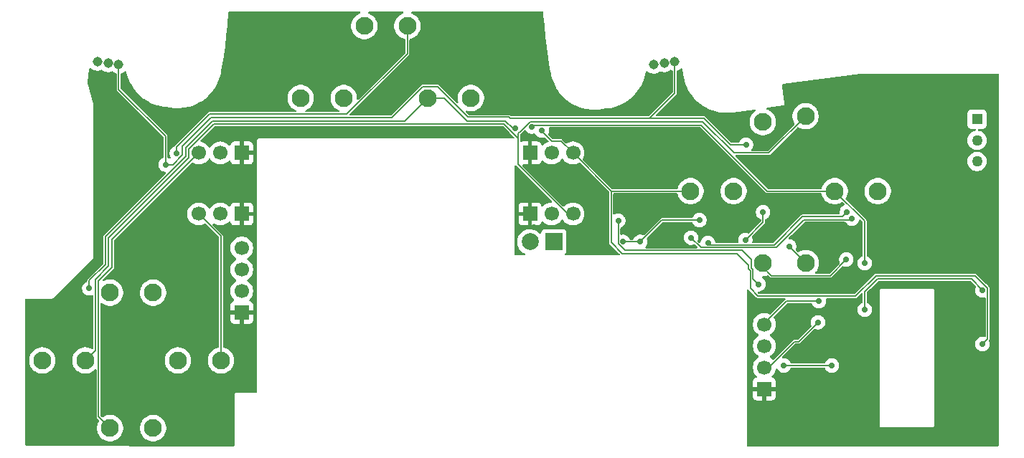
<source format=gbr>
%TF.GenerationSoftware,KiCad,Pcbnew,9.0.6*%
%TF.CreationDate,2025-12-28T18:57:25+01:00*%
%TF.ProjectId,pcb_phone_controller,7063625f-7068-46f6-9e65-5f636f6e7472,rev?*%
%TF.SameCoordinates,Original*%
%TF.FileFunction,Copper,L2,Bot*%
%TF.FilePolarity,Positive*%
%FSLAX46Y46*%
G04 Gerber Fmt 4.6, Leading zero omitted, Abs format (unit mm)*
G04 Created by KiCad (PCBNEW 9.0.6) date 2025-12-28 18:57:25*
%MOMM*%
%LPD*%
G01*
G04 APERTURE LIST*
%TA.AperFunction,ComponentPad*%
%ADD10C,2.100000*%
%TD*%
%TA.AperFunction,ComponentPad*%
%ADD11C,4.500000*%
%TD*%
%TA.AperFunction,ComponentPad*%
%ADD12R,1.700000X1.700000*%
%TD*%
%TA.AperFunction,ComponentPad*%
%ADD13C,1.700000*%
%TD*%
%TA.AperFunction,ComponentPad*%
%ADD14R,1.270000X1.270000*%
%TD*%
%TA.AperFunction,ComponentPad*%
%ADD15C,1.270000*%
%TD*%
%TA.AperFunction,ComponentPad*%
%ADD16C,1.143000*%
%TD*%
%TA.AperFunction,ComponentPad*%
%ADD17R,2.000000X2.000000*%
%TD*%
%TA.AperFunction,ComponentPad*%
%ADD18C,2.000000*%
%TD*%
%TA.AperFunction,ViaPad*%
%ADD19C,0.700000*%
%TD*%
%TA.AperFunction,Conductor*%
%ADD20C,0.200000*%
%TD*%
G04 APERTURE END LIST*
D10*
%TO.P,Select1,1,1*%
%TO.N,Column 0*%
X139960000Y-105500000D03*
%TO.P,Select1,2,2*%
%TO.N,Net-(D3-Pad1)*%
X145040000Y-105500000D03*
%TD*%
D11*
%TO.P,H2,1,1*%
%TO.N,GND*%
X180500000Y-111750000D03*
%TD*%
D12*
%TO.P,ClickStickR1,1,GND*%
%TO.N,GND*%
X167000000Y-119200000D03*
D13*
%TO.P,ClickStickR1,2,I/O*%
%TO.N,Net-(ClickStickR1-I{slash}O)*%
X169540000Y-119200000D03*
%TO.P,ClickStickR1,3,VCC*%
%TO.N,Column 3*%
X172080000Y-119200000D03*
%TD*%
D12*
%TO.P,ClickStickL1,1,GND*%
%TO.N,GND*%
X133000000Y-119200000D03*
D13*
%TO.P,ClickStickL1,2,I/O*%
%TO.N,Net-(ClickStickL1-I{slash}O)*%
X130460000Y-119200000D03*
%TO.P,ClickStickL1,3,VCC*%
%TO.N,Column 1*%
X127920000Y-119200000D03*
%TD*%
D10*
%TO.P,Start1,1,1*%
%TO.N,Column 2*%
X154960000Y-105500000D03*
%TO.P,Start1,2,2*%
%TO.N,Net-(D4-Pad1)*%
X160040000Y-105500000D03*
%TD*%
D14*
%TO.P,SW17,1,1*%
%TO.N,unconnected-(SW17-Pad1)*%
X219750000Y-108000000D03*
D15*
%TO.P,SW17,2,2*%
%TO.N,+BAT*%
X219750000Y-110500000D03*
%TO.P,SW17,3,3*%
%TO.N,Net-(+-1-BAT+)*%
X219750000Y-113000000D03*
%TD*%
D11*
%TO.P,H5,1,1*%
%TO.N,GND*%
X110750000Y-144000000D03*
%TD*%
D12*
%TO.P,StickL1,1,GND*%
%TO.N,GND*%
X133000000Y-130850000D03*
D13*
%TO.P,StickL1,2,Y*%
%TO.N,Net-(StickL1-Y)*%
X133000000Y-128310000D03*
%TO.P,StickL1,3,3V3*%
%TO.N,+3.3V*%
X133000000Y-125770000D03*
%TO.P,StickL1,4,X*%
%TO.N,Net-(StickL1-X)*%
X133000000Y-123230000D03*
%TD*%
D16*
%TO.P,TriggerL1,1,VDD*%
%TO.N,+3.3V*%
X118481444Y-101543579D03*
%TO.P,TriggerL1,2,GND*%
%TO.N,GND*%
X117223354Y-101370056D03*
%TO.P,TriggerL1,3,OUT*%
%TO.N,Net-(TriggerL1-OUT)*%
X115965264Y-101196534D03*
%TD*%
D12*
%TO.P,BumperR1,1,GND*%
%TO.N,GND*%
X167000000Y-112000000D03*
D13*
%TO.P,BumperR1,2,I/O*%
%TO.N,Net-(BumperR1-I{slash}O)*%
X169540000Y-112000000D03*
%TO.P,BumperR1,3,VCC*%
%TO.N,Column 2*%
X172080000Y-112000000D03*
%TD*%
D10*
%TO.P,B1,1,1*%
%TO.N,Net-(B1-Pad1)*%
X194460000Y-125000000D03*
%TO.P,B1,2,2*%
%TO.N,Column 1*%
X199540000Y-125000000D03*
%TD*%
%TO.P,Home1,1,1*%
%TO.N,Net-(D3-Pad2)*%
X147460000Y-97000000D03*
%TO.P,Home1,2,2*%
%TO.N,Column 1*%
X152540000Y-97000000D03*
%TD*%
D11*
%TO.P,H1,1,1*%
%TO.N,GND*%
X164750000Y-98250000D03*
%TD*%
D10*
%TO.P,DOWN1,1,1*%
%TO.N,Column 0*%
X117460000Y-144500000D03*
%TO.P,DOWN1,2,2*%
%TO.N,Net-(D7-Pad1)*%
X122540000Y-144500000D03*
%TD*%
%TO.P,UP1,1,1*%
%TO.N,Column 2*%
X117460000Y-128500000D03*
%TO.P,UP1,2,2*%
%TO.N,Net-(D8-Pad1)*%
X122540000Y-128500000D03*
%TD*%
%TO.P,X1,1,1*%
%TO.N,Column 2*%
X185960000Y-116500000D03*
%TO.P,X1,2,2*%
%TO.N,Net-(D6-Pad1)*%
X191040000Y-116500000D03*
%TD*%
%TO.P,Y1,1,1*%
%TO.N,Net-(D6-Pad2)*%
X194483826Y-108347089D03*
%TO.P,Y1,2,2*%
%TO.N,Column 3*%
X199516174Y-107652911D03*
%TD*%
D12*
%TO.P,BumperL1,1,GND*%
%TO.N,GND*%
X133000000Y-112000000D03*
D13*
%TO.P,BumperL1,2,I/O*%
%TO.N,Net-(BumperL1-I{slash}O)*%
X130460000Y-112000000D03*
%TO.P,BumperL1,3,VCC*%
%TO.N,Column 0*%
X127920000Y-112000000D03*
%TD*%
D10*
%TO.P,LEFT1,1,1*%
%TO.N,Net-(D8-Pad2)*%
X109460000Y-136500000D03*
%TO.P,LEFT1,2,2*%
%TO.N,Column 3*%
X114540000Y-136500000D03*
%TD*%
D16*
%TO.P,TriggerR1,1,VDD*%
%TO.N,+3.3V*%
X184094904Y-101201731D03*
%TO.P,TriggerR1,2,GND*%
%TO.N,GND*%
X182836814Y-101375253D03*
%TO.P,TriggerR1,3,OUT*%
%TO.N,Net-(TriggerR1-OUT)*%
X181578724Y-101548776D03*
%TD*%
D11*
%TO.P,H3,1,1*%
%TO.N,GND*%
X206750000Y-105500000D03*
%TD*%
D12*
%TO.P,StickR1,1,GND*%
%TO.N,GND*%
X194650000Y-139870000D03*
D13*
%TO.P,StickR1,2,Y*%
%TO.N,Net-(StickR1-Y)*%
X194650000Y-137330000D03*
%TO.P,StickR1,3,3V3*%
%TO.N,+3.3V*%
X194650000Y-134790000D03*
%TO.P,StickR1,4,X*%
%TO.N,Net-(StickR1-X)*%
X194650000Y-132250000D03*
%TD*%
D11*
%TO.P,H4,1,1*%
%TO.N,GND*%
X127500000Y-127250000D03*
%TD*%
D10*
%TO.P,RIGHT1,1,1*%
%TO.N,Net-(D7-Pad2)*%
X125460000Y-136500000D03*
%TO.P,RIGHT1,2,2*%
%TO.N,Column 1*%
X130540000Y-136500000D03*
%TD*%
%TO.P,A1,1,1*%
%TO.N,Column 0*%
X202960000Y-116500000D03*
%TO.P,A1,2,2*%
%TO.N,Net-(A1-Pad2)*%
X208040000Y-116500000D03*
%TD*%
D17*
%TO.P,+-1,1,BAT-*%
%TO.N,-BATT*%
X169800000Y-122500000D03*
D18*
%TO.P,+-1,2,BAT+*%
%TO.N,Net-(+-1-BAT+)*%
X167000000Y-122500000D03*
%TD*%
D19*
%TO.N,Column 0*%
X167250000Y-108900000D03*
X206500000Y-125000000D03*
%TO.N,Net-(B1-Pad1)*%
X204330500Y-124569500D03*
%TO.N,Column 1*%
X197589000Y-123040473D03*
X125334320Y-112035850D03*
%TO.N,Net-(C1-Pad1)*%
X178000000Y-122500000D03*
X220390000Y-128211871D03*
X206500000Y-130500000D03*
X187000000Y-119923000D03*
X180000000Y-122500000D03*
%TO.N,Net-(+-1-BAT+)*%
X205000000Y-119750000D03*
X186000000Y-122000000D03*
%TO.N,Row 0*%
X177422000Y-120000000D03*
X194000000Y-127500000D03*
%TO.N,GND*%
X190425000Y-113900000D03*
X122475000Y-130875000D03*
X180750000Y-107000000D03*
X220400000Y-124700000D03*
X183000000Y-103000000D03*
X134450000Y-109650000D03*
X167500000Y-120750000D03*
X167000000Y-110250000D03*
X170000000Y-109500000D03*
X218300000Y-143100000D03*
X165800000Y-114750000D03*
X150325000Y-100050000D03*
X122275000Y-119375000D03*
X122200000Y-114025000D03*
X151800000Y-103800000D03*
X202610000Y-139641871D03*
X133700000Y-114400000D03*
X204000000Y-122000000D03*
X117000000Y-103000000D03*
X199600000Y-122675000D03*
X208200000Y-124600000D03*
X199275000Y-110075000D03*
X162250000Y-105500000D03*
X206000000Y-127000000D03*
X204295857Y-133353550D03*
X204750000Y-138000000D03*
X128500000Y-121250000D03*
X199750000Y-118250000D03*
X172900000Y-107300000D03*
X143900000Y-103100000D03*
X137000000Y-105800000D03*
X121300000Y-111125000D03*
%TO.N,+BAT*%
X204400000Y-118967177D03*
X188000000Y-122595000D03*
%TO.N,Column 2*%
X168400000Y-109338068D03*
X115000000Y-128000000D03*
X220390000Y-134561871D03*
X165303470Y-109105000D03*
%TO.N,+3.3V*%
X202610000Y-137101871D03*
X192408795Y-122267000D03*
X194500000Y-119000000D03*
X192500000Y-111000000D03*
X196960000Y-137100000D03*
X124000000Y-113368597D03*
%TO.N,Net-(StickR1-Y)*%
X201000000Y-132000000D03*
%TO.N,Net-(StickR1-X)*%
X201100000Y-129500000D03*
%TD*%
D20*
%TO.N,Column 0*%
X116109000Y-127091000D02*
X116109000Y-143149000D01*
X117700000Y-122220000D02*
X117700000Y-125500000D01*
X167446000Y-108704000D02*
X187204000Y-108704000D01*
X206500000Y-125000000D02*
X206500000Y-120040000D01*
X127920000Y-112000000D02*
X117700000Y-122220000D01*
X117700000Y-125500000D02*
X116109000Y-127091000D01*
X206500000Y-120040000D02*
X202960000Y-116500000D01*
X167250000Y-108900000D02*
X167446000Y-108704000D01*
X195000000Y-116500000D02*
X202960000Y-116500000D01*
X187204000Y-108704000D02*
X195000000Y-116500000D01*
X116109000Y-143149000D02*
X117460000Y-144500000D01*
%TO.N,Net-(B1-Pad1)*%
X202400000Y-126500000D02*
X195500000Y-126500000D01*
X195500000Y-126500000D02*
X194460000Y-125460000D01*
X204330500Y-124569500D02*
X202400000Y-126500000D01*
X194460000Y-125460000D02*
X194460000Y-125000000D01*
%TO.N,Column 1*%
X125334320Y-112035850D02*
X125334320Y-111256620D01*
X145401000Y-107396000D02*
X152540000Y-100257000D01*
X125334320Y-111256620D02*
X129194940Y-107396000D01*
X197589000Y-123040473D02*
X197589000Y-123049000D01*
X129194940Y-107396000D02*
X145401000Y-107396000D01*
X130540000Y-136500000D02*
X130540000Y-121820000D01*
X152540000Y-100257000D02*
X152540000Y-97000000D01*
X130540000Y-121820000D02*
X127920000Y-119200000D01*
X197589000Y-123049000D02*
X199540000Y-125000000D01*
%TO.N,Net-(C1-Pad1)*%
X183154000Y-119923000D02*
X182577000Y-119923000D01*
X187000000Y-119923000D02*
X183154000Y-119923000D01*
X182577000Y-119923000D02*
X180000000Y-122500000D01*
X207983200Y-126901000D02*
X219079129Y-126901000D01*
X206500000Y-128384200D02*
X207983200Y-126901000D01*
X178000000Y-122500000D02*
X180000000Y-122500000D01*
X206500000Y-130500000D02*
X206500000Y-128384200D01*
X219079129Y-126901000D02*
X220390000Y-128211871D01*
%TO.N,Net-(+-1-BAT+)*%
X204849000Y-119901000D02*
X205000000Y-119750000D01*
X199316157Y-119901000D02*
X204849000Y-119901000D01*
X187172000Y-123172000D02*
X196045157Y-123172000D01*
X186000000Y-122000000D02*
X187172000Y-123172000D01*
X196045157Y-123172000D02*
X199316157Y-119901000D01*
%TO.N,Row 0*%
X193109000Y-124609000D02*
X192000000Y-123500000D01*
X178182584Y-123500000D02*
X177422000Y-122739416D01*
X192000000Y-123500000D02*
X178182584Y-123500000D01*
X193328000Y-125791979D02*
X193109000Y-125572979D01*
X177422000Y-122739416D02*
X177422000Y-120000000D01*
X194000000Y-127500000D02*
X193328000Y-126828000D01*
X193109000Y-125572979D02*
X193109000Y-124609000D01*
X193328000Y-126828000D02*
X193328000Y-125791979D01*
%TO.N,Column 3*%
X163948942Y-108599000D02*
X129693240Y-108599000D01*
X165904470Y-109395588D02*
X165904470Y-109395587D01*
X167502942Y-108303000D02*
X167498943Y-108299000D01*
X115708000Y-126924900D02*
X115708000Y-135332000D01*
X172080000Y-119200000D02*
X171450000Y-119200000D01*
X165601000Y-113351000D02*
X165601000Y-110251058D01*
X115708000Y-135332000D02*
X114540000Y-136500000D01*
X195169085Y-112000000D02*
X191067100Y-112000000D01*
X126769000Y-111523240D02*
X126769000Y-112583900D01*
X126769000Y-112583900D02*
X117299000Y-122053900D01*
X165904470Y-109395587D02*
X165599942Y-109700115D01*
X129693240Y-108599000D02*
X126769000Y-111523240D01*
X165599942Y-109700115D02*
X165599942Y-110250000D01*
X191067100Y-112000000D02*
X187370100Y-108303000D01*
X187370100Y-108303000D02*
X167502942Y-108303000D01*
X167001057Y-108299000D02*
X165904470Y-109395588D01*
X117299000Y-125333900D02*
X115708000Y-126924900D01*
X171450000Y-119200000D02*
X165601000Y-113351000D01*
X117299000Y-122053900D02*
X117299000Y-125333900D01*
X165601000Y-110251058D02*
X165599942Y-110250000D01*
X167498943Y-108299000D02*
X167001057Y-108299000D01*
X199516174Y-107652911D02*
X195169085Y-112000000D01*
X165599942Y-110250000D02*
X163948942Y-108599000D01*
%TO.N,+BAT*%
X199150057Y-119500000D02*
X203867177Y-119500000D01*
X203867177Y-119500000D02*
X204400000Y-118967177D01*
X195806057Y-122844000D02*
X199150057Y-119500000D01*
X188249000Y-122844000D02*
X195806057Y-122844000D01*
X188000000Y-122595000D02*
X188249000Y-122844000D01*
%TO.N,Column 2*%
X126368000Y-111357140D02*
X129527140Y-108198000D01*
X207817100Y-126500000D02*
X205417100Y-128900000D01*
X116898000Y-125167800D02*
X116898000Y-121887800D01*
X220991000Y-133960871D02*
X220991000Y-127962928D01*
X115000000Y-127065800D02*
X116898000Y-125167800D01*
X192769318Y-125697159D02*
X192769318Y-125269318D01*
X116898000Y-121887800D02*
X126368000Y-112417800D01*
X193000000Y-128000000D02*
X193000000Y-125927841D01*
X164115042Y-108198000D02*
X159595599Y-108198000D01*
X177890938Y-123890938D02*
X176580000Y-122580000D01*
X165303470Y-109105000D02*
X165022042Y-109105000D01*
X220390000Y-134561871D02*
X220991000Y-133960871D01*
X193000000Y-125927841D02*
X192769318Y-125697159D01*
X168400000Y-109400000D02*
X169600000Y-110600000D01*
X169600000Y-110600000D02*
X170680000Y-110600000D01*
X219528072Y-126500000D02*
X207817100Y-126500000D01*
X156897599Y-105500000D02*
X154960000Y-105500000D01*
X129527140Y-108198000D02*
X152262000Y-108198000D01*
X115000000Y-128000000D02*
X115000000Y-127065800D01*
X170680000Y-110600000D02*
X172080000Y-112000000D01*
X191390938Y-123890938D02*
X177890938Y-123890938D01*
X126368000Y-112417800D02*
X126368000Y-111357140D01*
X220991000Y-127962928D02*
X219528072Y-126500000D01*
X172080000Y-112000000D02*
X176580000Y-116500000D01*
X176580000Y-122580000D02*
X176580000Y-116500000D01*
X192769318Y-125269318D02*
X191390938Y-123890938D01*
X165022042Y-109105000D02*
X164115042Y-108198000D01*
X193900000Y-128900000D02*
X193000000Y-128000000D01*
X168400000Y-109338068D02*
X168400000Y-109400000D01*
X176580000Y-116500000D02*
X185960000Y-116500000D01*
X205417100Y-128900000D02*
X193900000Y-128900000D01*
X159595599Y-108198000D02*
X156897599Y-105500000D01*
X152262000Y-108198000D02*
X154960000Y-105500000D01*
%TO.N,+3.3V*%
X124499171Y-113368597D02*
X124500000Y-113367768D01*
X184094904Y-104905096D02*
X184094904Y-101201731D01*
X196960000Y-137100000D02*
X202600000Y-137100000D01*
X187536200Y-107902000D02*
X178098000Y-107902000D01*
X154351000Y-104149000D02*
X156113699Y-104149000D01*
X190634200Y-111000000D02*
X187536200Y-107902000D01*
X192408795Y-122267000D02*
X194500000Y-120175795D01*
X124000000Y-110000000D02*
X118481444Y-104481444D01*
X194500000Y-120175795D02*
X194500000Y-120000000D01*
X118481444Y-104481444D02*
X118481444Y-101543579D01*
X125967000Y-111191040D02*
X129361040Y-107797000D01*
X156113699Y-104149000D02*
X159714699Y-107750000D01*
X124000000Y-113368597D02*
X124850103Y-113368597D01*
X150703000Y-107797000D02*
X154351000Y-104149000D01*
X178098000Y-107902000D02*
X181098000Y-107902000D01*
X124850103Y-113368597D02*
X125967000Y-112251700D01*
X164515570Y-107750000D02*
X164663570Y-107898000D01*
X167665042Y-107898000D02*
X167669043Y-107902000D01*
X192500000Y-111000000D02*
X190634200Y-111000000D01*
X167669043Y-107902000D02*
X178098000Y-107902000D01*
X159714699Y-107750000D02*
X164515570Y-107750000D01*
X124000000Y-113368597D02*
X124000000Y-110000000D01*
X129361040Y-107797000D02*
X150703000Y-107797000D01*
X124000000Y-113368597D02*
X124499171Y-113368597D01*
X194500000Y-120000000D02*
X194500000Y-119000000D01*
X181098000Y-107902000D02*
X184094904Y-104905096D01*
X164663570Y-107898000D02*
X167665042Y-107898000D01*
X125967000Y-112251700D02*
X125967000Y-111191040D01*
%TO.N,Net-(StickR1-Y)*%
X198206129Y-134293871D02*
X195170000Y-137330000D01*
X198706129Y-134293871D02*
X198206129Y-134293871D01*
X195170000Y-137330000D02*
X194600000Y-137330000D01*
X194600000Y-137330000D02*
X194600000Y-137280000D01*
X201000000Y-132000000D02*
X198706129Y-134293871D01*
%TO.N,Net-(TriggerL1-OUT)*%
X115965264Y-101396277D02*
X115833133Y-101264146D01*
%TO.N,Net-(TriggerR1-OUT)*%
X181578724Y-101873162D02*
X181625000Y-101826886D01*
%TO.N,Net-(StickR1-X)*%
X201100000Y-129500000D02*
X197300000Y-129500000D01*
X197300000Y-129500000D02*
X194600000Y-132200000D01*
%TD*%
%TA.AperFunction,Conductor*%
%TO.N,GND*%
G36*
X184928909Y-101998875D02*
G01*
X184981388Y-102045003D01*
X184999437Y-102094360D01*
X185085181Y-102716038D01*
X185085177Y-102716059D01*
X185121557Y-102979820D01*
X185121561Y-102979845D01*
X185215323Y-103399660D01*
X185215327Y-103399676D01*
X185343447Y-103810347D01*
X185343449Y-103810352D01*
X185343450Y-103810355D01*
X185374935Y-103888034D01*
X185505048Y-104209049D01*
X185505048Y-104209050D01*
X185699016Y-104593029D01*
X185850288Y-104839520D01*
X185924031Y-104959681D01*
X186178556Y-105306500D01*
X186340449Y-105492663D01*
X186455210Y-105624629D01*
X186460852Y-105631116D01*
X186768992Y-105931311D01*
X186992779Y-106115884D01*
X187100875Y-106205039D01*
X187407661Y-106418086D01*
X187454216Y-106450416D01*
X187454230Y-106450424D01*
X187826613Y-106665778D01*
X187826629Y-106665786D01*
X188215531Y-106849653D01*
X188215543Y-106849658D01*
X188618297Y-107000781D01*
X188618301Y-107000782D01*
X188618311Y-107000786D01*
X189032189Y-107118139D01*
X189454345Y-107200913D01*
X189881894Y-107248543D01*
X190120795Y-107255298D01*
X190311904Y-107260703D01*
X190311908Y-107260702D01*
X190311916Y-107260703D01*
X190741473Y-107237309D01*
X190915043Y-107213366D01*
X190915044Y-107213367D01*
X193500253Y-106856753D01*
X193569352Y-106867092D01*
X193621893Y-106913148D01*
X193641194Y-106980299D01*
X193621126Y-107047225D01*
X193590082Y-107079908D01*
X193473744Y-107164432D01*
X193301169Y-107337007D01*
X193301165Y-107337012D01*
X193157722Y-107534446D01*
X193046923Y-107751901D01*
X192971504Y-107984016D01*
X192933326Y-108225062D01*
X192933326Y-108469115D01*
X192971035Y-108707202D01*
X192971505Y-108710165D01*
X193046922Y-108942274D01*
X193155404Y-109155183D01*
X193157722Y-109159731D01*
X193301165Y-109357165D01*
X193301169Y-109357170D01*
X193473744Y-109529745D01*
X193473749Y-109529749D01*
X193635360Y-109647165D01*
X193671187Y-109673195D01*
X193888641Y-109783993D01*
X194120750Y-109859410D01*
X194361799Y-109897589D01*
X194361800Y-109897589D01*
X194605852Y-109897589D01*
X194605853Y-109897589D01*
X194846902Y-109859410D01*
X195079011Y-109783993D01*
X195296465Y-109673195D01*
X195493909Y-109529744D01*
X195666481Y-109357172D01*
X195809932Y-109159728D01*
X195920730Y-108942274D01*
X195996147Y-108710165D01*
X196034326Y-108469116D01*
X196034326Y-108225062D01*
X195996147Y-107984013D01*
X195920730Y-107751904D01*
X195809932Y-107534450D01*
X195732485Y-107427853D01*
X195666486Y-107337012D01*
X195666482Y-107337007D01*
X195493907Y-107164432D01*
X195493902Y-107164428D01*
X195296468Y-107020985D01*
X195296467Y-107020984D01*
X195296465Y-107020983D01*
X195216618Y-106980299D01*
X195079015Y-106910186D01*
X195006867Y-106886744D01*
X194949192Y-106847306D01*
X194921994Y-106782947D01*
X194933909Y-106714101D01*
X194981154Y-106662625D01*
X195028237Y-106645977D01*
X196842329Y-106395735D01*
X196904818Y-106387117D01*
X196912096Y-106386617D01*
X196913220Y-106385958D01*
X196913223Y-106385958D01*
X196913226Y-106385956D01*
X196913227Y-106385956D01*
X196929055Y-106376687D01*
X196982054Y-106345652D01*
X196982055Y-106345649D01*
X196982057Y-106345649D01*
X196989126Y-106336317D01*
X196990702Y-106334985D01*
X196992774Y-106332431D01*
X196994383Y-106329377D01*
X197007064Y-106312639D01*
X197029026Y-106283648D01*
X197030201Y-106282149D01*
X197030222Y-106282068D01*
X197030223Y-106282068D01*
X197047487Y-106216007D01*
X197049330Y-106208955D01*
X197050437Y-106205245D01*
X197050389Y-106204897D01*
X197050390Y-106204897D01*
X197041520Y-106140590D01*
X197038112Y-106115884D01*
X196770265Y-104173894D01*
X196747615Y-104009674D01*
X196757955Y-103940575D01*
X196804012Y-103888034D01*
X196853506Y-103869897D01*
X205993427Y-102609280D01*
X206010369Y-102608117D01*
X222204129Y-102608117D01*
X222271168Y-102627802D01*
X222316923Y-102680606D01*
X222328129Y-102732117D01*
X222328129Y-146517438D01*
X222308444Y-146584477D01*
X222255640Y-146630232D01*
X222204129Y-146641438D01*
X192708624Y-146641438D01*
X192641585Y-146621753D01*
X192595830Y-146568949D01*
X192584624Y-146517438D01*
X192584624Y-128204630D01*
X192604309Y-128137591D01*
X192657113Y-128091836D01*
X192726271Y-128081892D01*
X192789827Y-128110917D01*
X192798258Y-128120473D01*
X192798499Y-128120233D01*
X193707135Y-129028868D01*
X193771132Y-129092865D01*
X193854747Y-129127500D01*
X197051404Y-129127500D01*
X197118443Y-129147185D01*
X197164198Y-129199989D01*
X197174142Y-129269147D01*
X197145117Y-129332703D01*
X197139085Y-129339181D01*
X195438413Y-131039852D01*
X195377090Y-131073337D01*
X195307398Y-131068353D01*
X195294437Y-131062656D01*
X195254215Y-131042162D01*
X195168412Y-130998443D01*
X194966243Y-130932754D01*
X194966241Y-130932753D01*
X194966240Y-130932753D01*
X194804957Y-130907208D01*
X194756287Y-130899500D01*
X194543713Y-130899500D01*
X194495042Y-130907208D01*
X194333760Y-130932753D01*
X194131585Y-130998444D01*
X193942179Y-131094951D01*
X193770213Y-131219890D01*
X193619890Y-131370213D01*
X193494951Y-131542179D01*
X193398444Y-131731585D01*
X193332753Y-131933760D01*
X193308994Y-132083768D01*
X193299500Y-132143713D01*
X193299500Y-132356287D01*
X193306877Y-132402863D01*
X193318911Y-132478846D01*
X193332754Y-132566243D01*
X193389875Y-132742044D01*
X193398444Y-132768414D01*
X193494951Y-132957820D01*
X193619890Y-133129786D01*
X193770213Y-133280109D01*
X193942182Y-133405050D01*
X193950946Y-133409516D01*
X194001742Y-133457491D01*
X194018536Y-133525312D01*
X193995998Y-133591447D01*
X193950946Y-133630484D01*
X193942182Y-133634949D01*
X193770213Y-133759890D01*
X193619890Y-133910213D01*
X193494951Y-134082179D01*
X193398444Y-134271585D01*
X193332753Y-134473760D01*
X193305530Y-134645639D01*
X193299500Y-134683713D01*
X193299500Y-134896287D01*
X193332754Y-135106243D01*
X193370527Y-135222497D01*
X193398444Y-135308414D01*
X193494951Y-135497820D01*
X193619890Y-135669786D01*
X193770213Y-135820109D01*
X193942182Y-135945050D01*
X193950946Y-135949516D01*
X194001742Y-135997491D01*
X194018536Y-136065312D01*
X193995998Y-136131447D01*
X193950946Y-136170484D01*
X193942182Y-136174949D01*
X193770213Y-136299890D01*
X193619890Y-136450213D01*
X193494951Y-136622179D01*
X193398444Y-136811585D01*
X193332753Y-137013760D01*
X193299500Y-137223713D01*
X193299500Y-137436286D01*
X193332107Y-137642162D01*
X193332754Y-137646243D01*
X193391195Y-137826106D01*
X193398444Y-137848414D01*
X193494951Y-138037820D01*
X193619890Y-138209786D01*
X193733818Y-138323714D01*
X193767303Y-138385037D01*
X193762319Y-138454729D01*
X193720447Y-138510662D01*
X193689471Y-138527577D01*
X193557912Y-138576646D01*
X193557906Y-138576649D01*
X193442812Y-138662809D01*
X193442809Y-138662812D01*
X193356649Y-138777906D01*
X193356645Y-138777913D01*
X193306403Y-138912620D01*
X193306401Y-138912627D01*
X193300000Y-138972155D01*
X193300000Y-139620000D01*
X194216988Y-139620000D01*
X194184075Y-139677007D01*
X194150000Y-139804174D01*
X194150000Y-139935826D01*
X194184075Y-140062993D01*
X194216988Y-140120000D01*
X193300000Y-140120000D01*
X193300000Y-140767844D01*
X193306401Y-140827372D01*
X193306403Y-140827379D01*
X193356645Y-140962086D01*
X193356649Y-140962093D01*
X193442809Y-141077187D01*
X193442812Y-141077190D01*
X193557906Y-141163350D01*
X193557913Y-141163354D01*
X193692620Y-141213596D01*
X193692627Y-141213598D01*
X193752155Y-141219999D01*
X193752172Y-141220000D01*
X194400000Y-141220000D01*
X194400000Y-140303012D01*
X194457007Y-140335925D01*
X194584174Y-140370000D01*
X194715826Y-140370000D01*
X194842993Y-140335925D01*
X194900000Y-140303012D01*
X194900000Y-141220000D01*
X195547828Y-141220000D01*
X195547844Y-141219999D01*
X195607372Y-141213598D01*
X195607379Y-141213596D01*
X195742086Y-141163354D01*
X195742093Y-141163350D01*
X195857187Y-141077190D01*
X195857190Y-141077187D01*
X195943350Y-140962093D01*
X195943354Y-140962086D01*
X195993596Y-140827379D01*
X195993598Y-140827372D01*
X195999999Y-140767844D01*
X196000000Y-140767827D01*
X196000000Y-140120000D01*
X195083012Y-140120000D01*
X195115925Y-140062993D01*
X195150000Y-139935826D01*
X195150000Y-139804174D01*
X195115925Y-139677007D01*
X195083012Y-139620000D01*
X196000000Y-139620000D01*
X196000000Y-138972172D01*
X195999999Y-138972155D01*
X195993598Y-138912627D01*
X195993596Y-138912620D01*
X195943354Y-138777913D01*
X195943350Y-138777906D01*
X195857190Y-138662812D01*
X195857187Y-138662809D01*
X195742093Y-138576649D01*
X195742088Y-138576646D01*
X195610528Y-138527577D01*
X195554595Y-138485705D01*
X195530178Y-138420241D01*
X195545030Y-138351968D01*
X195566175Y-138323720D01*
X195680104Y-138209792D01*
X195805051Y-138037816D01*
X195901557Y-137848412D01*
X195967246Y-137646243D01*
X195967893Y-137642162D01*
X195975750Y-137592549D01*
X195981849Y-137554042D01*
X196011778Y-137490908D01*
X196071089Y-137453976D01*
X196140952Y-137454974D01*
X196199185Y-137493583D01*
X196207419Y-137504543D01*
X196235791Y-137547005D01*
X196299373Y-137642162D01*
X196417837Y-137760626D01*
X196510494Y-137822537D01*
X196557137Y-137853703D01*
X196711918Y-137917816D01*
X196876228Y-137950499D01*
X196876232Y-137950500D01*
X196876233Y-137950500D01*
X197043768Y-137950500D01*
X197043769Y-137950499D01*
X197208082Y-137917816D01*
X197362863Y-137853703D01*
X197502162Y-137760626D01*
X197620626Y-137642162D01*
X197713703Y-137502863D01*
X197754634Y-137404046D01*
X197798475Y-137349644D01*
X197864769Y-137327579D01*
X197869195Y-137327500D01*
X201700030Y-137327500D01*
X201767069Y-137347185D01*
X201812824Y-137399989D01*
X201814591Y-137404047D01*
X201856295Y-137504732D01*
X201949373Y-137644033D01*
X202067837Y-137762497D01*
X202160494Y-137824408D01*
X202207137Y-137855574D01*
X202361918Y-137919687D01*
X202516822Y-137950499D01*
X202526228Y-137952370D01*
X202526232Y-137952371D01*
X202526233Y-137952371D01*
X202693768Y-137952371D01*
X202693769Y-137952370D01*
X202858082Y-137919687D01*
X203012863Y-137855574D01*
X203152162Y-137762497D01*
X203270626Y-137644033D01*
X203363703Y-137504734D01*
X203427816Y-137349953D01*
X203460500Y-137185638D01*
X203460500Y-137018104D01*
X203427816Y-136853789D01*
X203363703Y-136699008D01*
X203312371Y-136622184D01*
X203270626Y-136559708D01*
X203152162Y-136441244D01*
X203012860Y-136348166D01*
X202858082Y-136284055D01*
X202858074Y-136284053D01*
X202693771Y-136251371D01*
X202693767Y-136251371D01*
X202526233Y-136251371D01*
X202526228Y-136251371D01*
X202361925Y-136284053D01*
X202361917Y-136284055D01*
X202207139Y-136348166D01*
X202067837Y-136441244D01*
X201949373Y-136559708D01*
X201856295Y-136699009D01*
X201816141Y-136795953D01*
X201772300Y-136850356D01*
X201706006Y-136872421D01*
X201701580Y-136872500D01*
X197869195Y-136872500D01*
X197802156Y-136852815D01*
X197756401Y-136800011D01*
X197754634Y-136795953D01*
X197713704Y-136697138D01*
X197620626Y-136557837D01*
X197502162Y-136439373D01*
X197362860Y-136346295D01*
X197208082Y-136282184D01*
X197208074Y-136282182D01*
X197043771Y-136249500D01*
X197043767Y-136249500D01*
X196876233Y-136249500D01*
X196871595Y-136249500D01*
X196804556Y-136229815D01*
X196758801Y-136177011D01*
X196748857Y-136107853D01*
X196777882Y-136044297D01*
X196783914Y-136037819D01*
X198264044Y-134557690D01*
X198325367Y-134524205D01*
X198351725Y-134521371D01*
X198751381Y-134521371D01*
X198751382Y-134521371D01*
X198834997Y-134486736D01*
X200517969Y-132803762D01*
X200579290Y-132770279D01*
X200648981Y-132775263D01*
X200653088Y-132776878D01*
X200751918Y-132817816D01*
X200916228Y-132850499D01*
X200916232Y-132850500D01*
X200916233Y-132850500D01*
X201083768Y-132850500D01*
X201083769Y-132850499D01*
X201248082Y-132817816D01*
X201402863Y-132753703D01*
X201542162Y-132660626D01*
X201660626Y-132542162D01*
X201753703Y-132402863D01*
X201817816Y-132248082D01*
X201850500Y-132083767D01*
X201850500Y-131916233D01*
X201817816Y-131751918D01*
X201753703Y-131597137D01*
X201686963Y-131497254D01*
X201660626Y-131457837D01*
X201542162Y-131339373D01*
X201402860Y-131246295D01*
X201248082Y-131182184D01*
X201248074Y-131182182D01*
X201083771Y-131149500D01*
X201083767Y-131149500D01*
X200916233Y-131149500D01*
X200916228Y-131149500D01*
X200751925Y-131182182D01*
X200751917Y-131182184D01*
X200597139Y-131246295D01*
X200457837Y-131339373D01*
X200339373Y-131457837D01*
X200246295Y-131597139D01*
X200182184Y-131751917D01*
X200182182Y-131751925D01*
X200149500Y-131916228D01*
X200149500Y-132083771D01*
X200182182Y-132248074D01*
X200182185Y-132248086D01*
X200223114Y-132346898D01*
X200230583Y-132416367D01*
X200199307Y-132478846D01*
X200196234Y-132482031D01*
X198648215Y-134030052D01*
X198586892Y-134063537D01*
X198560534Y-134066371D01*
X198251382Y-134066371D01*
X198160876Y-134066371D01*
X198160874Y-134066371D01*
X198160872Y-134066372D01*
X198077263Y-134101002D01*
X195791762Y-136386503D01*
X195730439Y-136419988D01*
X195660747Y-136415004D01*
X195616400Y-136386504D01*
X195576191Y-136346295D01*
X195529792Y-136299896D01*
X195529788Y-136299893D01*
X195529784Y-136299889D01*
X195357820Y-136174951D01*
X195357115Y-136174591D01*
X195349054Y-136170485D01*
X195298259Y-136122512D01*
X195281463Y-136054692D01*
X195303999Y-135988556D01*
X195349054Y-135949515D01*
X195357816Y-135945051D01*
X195379789Y-135929086D01*
X195529786Y-135820109D01*
X195529788Y-135820106D01*
X195529792Y-135820104D01*
X195680104Y-135669792D01*
X195680106Y-135669788D01*
X195680109Y-135669786D01*
X195805048Y-135497820D01*
X195805047Y-135497820D01*
X195805051Y-135497816D01*
X195901557Y-135308412D01*
X195967246Y-135106243D01*
X196000500Y-134896287D01*
X196000500Y-134683713D01*
X195967246Y-134473757D01*
X195901557Y-134271588D01*
X195805051Y-134082184D01*
X195805049Y-134082181D01*
X195805048Y-134082179D01*
X195680109Y-133910213D01*
X195529786Y-133759890D01*
X195357820Y-133634951D01*
X195357115Y-133634591D01*
X195349054Y-133630485D01*
X195298259Y-133582512D01*
X195281463Y-133514692D01*
X195303999Y-133448556D01*
X195349054Y-133409515D01*
X195357816Y-133405051D01*
X195379789Y-133389086D01*
X195529786Y-133280109D01*
X195529788Y-133280106D01*
X195529792Y-133280104D01*
X195680104Y-133129792D01*
X195680106Y-133129788D01*
X195680109Y-133129786D01*
X195805048Y-132957820D01*
X195805047Y-132957820D01*
X195805051Y-132957816D01*
X195901557Y-132768412D01*
X195967246Y-132566243D01*
X196000500Y-132356287D01*
X196000500Y-132143713D01*
X195967246Y-131933757D01*
X195901557Y-131731588D01*
X195805051Y-131542184D01*
X195772406Y-131497252D01*
X195748927Y-131431448D01*
X195764752Y-131363394D01*
X195785040Y-131336691D01*
X197357915Y-129763819D01*
X197419238Y-129730334D01*
X197445596Y-129727500D01*
X200190805Y-129727500D01*
X200257844Y-129747185D01*
X200303599Y-129799989D01*
X200305366Y-129804047D01*
X200346295Y-129902861D01*
X200439373Y-130042162D01*
X200557837Y-130160626D01*
X200650494Y-130222537D01*
X200697137Y-130253703D01*
X200851918Y-130317816D01*
X201013719Y-130350000D01*
X201016228Y-130350499D01*
X201016232Y-130350500D01*
X201016233Y-130350500D01*
X201183768Y-130350500D01*
X201183769Y-130350499D01*
X201348082Y-130317816D01*
X201502863Y-130253703D01*
X201642162Y-130160626D01*
X201760626Y-130042162D01*
X201853703Y-129902863D01*
X201917816Y-129748082D01*
X201950500Y-129583767D01*
X201950500Y-129416233D01*
X201922545Y-129275691D01*
X201928772Y-129206100D01*
X201971635Y-129150922D01*
X202037525Y-129127678D01*
X202044162Y-129127500D01*
X205462352Y-129127500D01*
X205462353Y-129127500D01*
X205545968Y-129092865D01*
X206060819Y-128578014D01*
X206122142Y-128544529D01*
X206191833Y-128549513D01*
X206247767Y-128591384D01*
X206272184Y-128656849D01*
X206272500Y-128665695D01*
X206272500Y-129590804D01*
X206252815Y-129657843D01*
X206200011Y-129703598D01*
X206195954Y-129705365D01*
X206097137Y-129746296D01*
X205957837Y-129839373D01*
X205839373Y-129957837D01*
X205746295Y-130097139D01*
X205682184Y-130251917D01*
X205682182Y-130251925D01*
X205649500Y-130416228D01*
X205649500Y-130583771D01*
X205682182Y-130748074D01*
X205682184Y-130748082D01*
X205746295Y-130902860D01*
X205839373Y-131042162D01*
X205957837Y-131160626D01*
X206046532Y-131219890D01*
X206097137Y-131253703D01*
X206251918Y-131317816D01*
X206413719Y-131350000D01*
X206416228Y-131350499D01*
X206416232Y-131350500D01*
X206416233Y-131350500D01*
X206583768Y-131350500D01*
X206583769Y-131350499D01*
X206748082Y-131317816D01*
X206902863Y-131253703D01*
X207042162Y-131160626D01*
X207160626Y-131042162D01*
X207253703Y-130902863D01*
X207317816Y-130748082D01*
X207350500Y-130583767D01*
X207350500Y-130416233D01*
X207317816Y-130251918D01*
X207253703Y-130097137D01*
X207197031Y-130012321D01*
X207160626Y-129957837D01*
X207042162Y-129839373D01*
X206902862Y-129746296D01*
X206804046Y-129705365D01*
X206749643Y-129661523D01*
X206727579Y-129595229D01*
X206727500Y-129590804D01*
X206727500Y-128529795D01*
X206747185Y-128462756D01*
X206763819Y-128442114D01*
X207032687Y-128173246D01*
X208280855Y-128173246D01*
X208280855Y-128173248D01*
X208280855Y-144253012D01*
X208311379Y-144326704D01*
X208367781Y-144383106D01*
X208441473Y-144413630D01*
X208441475Y-144413630D01*
X214521235Y-144413630D01*
X214521237Y-144413630D01*
X214594929Y-144383106D01*
X214651331Y-144326704D01*
X214681855Y-144253012D01*
X214681855Y-128173248D01*
X214651331Y-128099556D01*
X214594929Y-128043154D01*
X214592534Y-128042162D01*
X214521238Y-128012630D01*
X214521237Y-128012630D01*
X208521237Y-128012630D01*
X208441473Y-128012630D01*
X208441471Y-128012630D01*
X208367780Y-128043154D01*
X208311379Y-128099555D01*
X208280855Y-128173246D01*
X207032687Y-128173246D01*
X207132579Y-128073354D01*
X207414346Y-127791588D01*
X208041115Y-127164819D01*
X208102438Y-127131334D01*
X208128796Y-127128500D01*
X218933534Y-127128500D01*
X219000573Y-127148185D01*
X219021215Y-127164819D01*
X219586235Y-127729839D01*
X219619720Y-127791162D01*
X219614736Y-127860854D01*
X219613115Y-127864973D01*
X219572184Y-127963788D01*
X219572182Y-127963796D01*
X219539500Y-128128099D01*
X219539500Y-128295642D01*
X219572182Y-128459945D01*
X219572184Y-128459953D01*
X219636295Y-128614731D01*
X219729373Y-128754033D01*
X219847837Y-128872497D01*
X219940494Y-128934408D01*
X219987137Y-128965574D01*
X220141918Y-129029687D01*
X220306228Y-129062370D01*
X220306232Y-129062371D01*
X220306233Y-129062371D01*
X220473768Y-129062371D01*
X220473768Y-129062370D01*
X220567109Y-129043804D01*
X220615309Y-129034217D01*
X220684900Y-129040444D01*
X220740078Y-129083307D01*
X220763322Y-129149197D01*
X220763500Y-129155834D01*
X220763500Y-133617907D01*
X220743815Y-133684946D01*
X220691011Y-133730701D01*
X220621853Y-133740645D01*
X220615310Y-133739525D01*
X220520220Y-133720611D01*
X220473767Y-133711371D01*
X220306233Y-133711371D01*
X220306228Y-133711371D01*
X220141925Y-133744053D01*
X220141917Y-133744055D01*
X219987139Y-133808166D01*
X219847837Y-133901244D01*
X219729373Y-134019708D01*
X219636295Y-134159010D01*
X219572184Y-134313788D01*
X219572182Y-134313796D01*
X219539500Y-134478099D01*
X219539500Y-134645642D01*
X219572182Y-134809945D01*
X219572184Y-134809953D01*
X219636295Y-134964731D01*
X219729373Y-135104033D01*
X219847837Y-135222497D01*
X219940494Y-135284408D01*
X219987137Y-135315574D01*
X219987138Y-135315574D01*
X219987139Y-135315575D01*
X220022201Y-135330098D01*
X220141918Y-135379687D01*
X220306228Y-135412370D01*
X220306232Y-135412371D01*
X220306233Y-135412371D01*
X220473768Y-135412371D01*
X220473769Y-135412370D01*
X220638082Y-135379687D01*
X220792863Y-135315574D01*
X220932162Y-135222497D01*
X221050626Y-135104033D01*
X221143703Y-134964734D01*
X221207816Y-134809953D01*
X221240500Y-134645638D01*
X221240500Y-134478104D01*
X221207816Y-134313789D01*
X221166724Y-134214585D01*
X221163045Y-134180367D01*
X221159062Y-134146216D01*
X221159307Y-134145600D01*
X221159255Y-134145116D01*
X221169906Y-134112629D01*
X221178464Y-134095139D01*
X221183865Y-134089739D01*
X221197594Y-134056595D01*
X221218500Y-134006124D01*
X221218500Y-128418451D01*
X221220883Y-128394259D01*
X221240500Y-128295638D01*
X221240500Y-128128104D01*
X221220883Y-128029481D01*
X221220022Y-128024657D01*
X221218500Y-128015032D01*
X221218500Y-127917675D01*
X221199221Y-127871132D01*
X221183866Y-127834060D01*
X221121910Y-127772104D01*
X221106489Y-127753313D01*
X221050629Y-127669713D01*
X221050623Y-127669705D01*
X220932165Y-127551247D01*
X220932161Y-127551244D01*
X220848555Y-127495380D01*
X220829765Y-127479959D01*
X219656941Y-126307136D01*
X219656940Y-126307135D01*
X219573325Y-126272500D01*
X207771847Y-126272500D01*
X207747357Y-126282644D01*
X207733432Y-126288412D01*
X207688232Y-126307133D01*
X205359186Y-128636181D01*
X205297863Y-128669666D01*
X205271505Y-128672500D01*
X201311608Y-128672500D01*
X201287417Y-128670117D01*
X201183770Y-128649500D01*
X201183767Y-128649500D01*
X201016233Y-128649500D01*
X201016229Y-128649500D01*
X200912583Y-128670117D01*
X200888392Y-128672500D01*
X194045595Y-128672500D01*
X194016154Y-128663855D01*
X193986168Y-128657332D01*
X193981152Y-128653577D01*
X193978556Y-128652815D01*
X193957914Y-128636181D01*
X193883914Y-128562181D01*
X193850429Y-128500858D01*
X193855413Y-128431166D01*
X193897285Y-128375233D01*
X193962749Y-128350816D01*
X193971595Y-128350500D01*
X194083768Y-128350500D01*
X194083769Y-128350499D01*
X194248082Y-128317816D01*
X194402863Y-128253703D01*
X194542162Y-128160626D01*
X194660626Y-128042162D01*
X194753703Y-127902863D01*
X194817816Y-127748082D01*
X194850500Y-127583767D01*
X194850500Y-127416233D01*
X194817816Y-127251918D01*
X194761615Y-127116237D01*
X194753704Y-127097139D01*
X194660626Y-126957837D01*
X194542162Y-126839373D01*
X194449714Y-126777602D01*
X194404909Y-126723990D01*
X194396202Y-126654665D01*
X194426356Y-126591638D01*
X194485799Y-126554918D01*
X194518605Y-126550500D01*
X194582026Y-126550500D01*
X194582027Y-126550500D01*
X194823076Y-126512321D01*
X195028193Y-126445673D01*
X195098033Y-126443679D01*
X195154191Y-126475924D01*
X195371129Y-126692863D01*
X195371130Y-126692863D01*
X195371132Y-126692865D01*
X195454747Y-126727500D01*
X195454748Y-126727500D01*
X202445252Y-126727500D01*
X202445253Y-126727500D01*
X202528868Y-126692865D01*
X203848469Y-125373262D01*
X203909790Y-125339779D01*
X203979481Y-125344763D01*
X203983588Y-125346378D01*
X204082418Y-125387316D01*
X204246728Y-125419999D01*
X204246732Y-125420000D01*
X204246733Y-125420000D01*
X204414268Y-125420000D01*
X204414269Y-125419999D01*
X204578582Y-125387316D01*
X204733363Y-125323203D01*
X204872662Y-125230126D01*
X204991126Y-125111662D01*
X205084203Y-124972363D01*
X205148316Y-124817582D01*
X205181000Y-124653267D01*
X205181000Y-124485733D01*
X205148316Y-124321418D01*
X205084203Y-124166637D01*
X205036490Y-124095229D01*
X204991126Y-124027337D01*
X204872662Y-123908873D01*
X204733360Y-123815795D01*
X204578582Y-123751684D01*
X204578574Y-123751682D01*
X204414271Y-123719000D01*
X204414267Y-123719000D01*
X204246733Y-123719000D01*
X204246728Y-123719000D01*
X204082425Y-123751682D01*
X204082417Y-123751684D01*
X203927639Y-123815795D01*
X203788337Y-123908873D01*
X203669873Y-124027337D01*
X203576795Y-124166639D01*
X203512684Y-124321417D01*
X203512682Y-124321425D01*
X203480000Y-124485728D01*
X203480000Y-124653271D01*
X203512682Y-124817574D01*
X203512685Y-124817586D01*
X203553614Y-124916398D01*
X203561083Y-124985867D01*
X203529807Y-125048346D01*
X203526734Y-125051531D01*
X202342086Y-126236181D01*
X202280763Y-126269666D01*
X202254405Y-126272500D01*
X200759600Y-126272500D01*
X200692561Y-126252815D01*
X200646806Y-126200011D01*
X200636862Y-126130853D01*
X200665887Y-126067297D01*
X200671919Y-126060819D01*
X200675683Y-126057055D01*
X200722655Y-126010083D01*
X200866106Y-125812639D01*
X200976904Y-125595185D01*
X201052321Y-125363076D01*
X201090500Y-125122027D01*
X201090500Y-124877973D01*
X201052321Y-124636924D01*
X200976904Y-124404815D01*
X200866106Y-124187361D01*
X200809745Y-124109786D01*
X200722660Y-123989923D01*
X200722656Y-123989918D01*
X200550081Y-123817343D01*
X200550076Y-123817339D01*
X200352642Y-123673896D01*
X200352641Y-123673895D01*
X200352639Y-123673894D01*
X200135185Y-123563096D01*
X199903076Y-123487679D01*
X199903074Y-123487678D01*
X199903072Y-123487678D01*
X199734769Y-123461021D01*
X199662027Y-123449500D01*
X199417973Y-123449500D01*
X199362093Y-123458350D01*
X199176927Y-123487678D01*
X198944812Y-123563097D01*
X198727357Y-123673896D01*
X198701985Y-123692329D01*
X198669880Y-123703782D01*
X198637950Y-123715692D01*
X198637047Y-123715495D01*
X198636178Y-123715806D01*
X198602979Y-123708084D01*
X198569677Y-123700840D01*
X198568706Y-123700113D01*
X198568125Y-123699978D01*
X198541423Y-123679689D01*
X198390267Y-123528533D01*
X198356782Y-123467210D01*
X198361766Y-123397518D01*
X198363364Y-123393455D01*
X198406816Y-123288555D01*
X198439500Y-123124240D01*
X198439500Y-122956706D01*
X198406816Y-122792391D01*
X198352237Y-122660626D01*
X198342704Y-122637612D01*
X198342453Y-122637237D01*
X198280162Y-122544011D01*
X198249626Y-122498310D01*
X198131162Y-122379846D01*
X197991860Y-122286768D01*
X197837082Y-122222657D01*
X197837074Y-122222655D01*
X197672771Y-122189973D01*
X197672767Y-122189973D01*
X197648278Y-122189973D01*
X197581239Y-122170288D01*
X197535484Y-122117484D01*
X197525540Y-122048326D01*
X197554565Y-121984770D01*
X197560597Y-121978292D01*
X197842656Y-121696234D01*
X199374072Y-120164819D01*
X199435395Y-120131334D01*
X199461753Y-120128500D01*
X204163739Y-120128500D01*
X204230778Y-120148185D01*
X204266841Y-120183609D01*
X204339373Y-120292162D01*
X204457837Y-120410626D01*
X204550494Y-120472537D01*
X204597137Y-120503703D01*
X204751918Y-120567816D01*
X204854839Y-120588288D01*
X204916228Y-120600499D01*
X204916232Y-120600500D01*
X204916233Y-120600500D01*
X205083768Y-120600500D01*
X205083769Y-120600499D01*
X205248082Y-120567816D01*
X205402863Y-120503703D01*
X205542162Y-120410626D01*
X205660626Y-120292162D01*
X205753703Y-120152863D01*
X205817816Y-119998082D01*
X205825405Y-119959925D01*
X205857787Y-119898017D01*
X205918502Y-119863441D01*
X205988272Y-119867179D01*
X206034703Y-119896436D01*
X206236181Y-120097914D01*
X206269666Y-120159237D01*
X206272500Y-120185595D01*
X206272500Y-124090804D01*
X206252815Y-124157843D01*
X206200011Y-124203598D01*
X206195954Y-124205365D01*
X206097137Y-124246296D01*
X205957837Y-124339373D01*
X205839373Y-124457837D01*
X205746295Y-124597139D01*
X205682184Y-124751917D01*
X205682182Y-124751925D01*
X205649500Y-124916228D01*
X205649500Y-125083771D01*
X205682182Y-125248074D01*
X205682184Y-125248082D01*
X205746295Y-125402860D01*
X205839373Y-125542162D01*
X205957837Y-125660626D01*
X206050494Y-125722537D01*
X206097137Y-125753703D01*
X206251918Y-125817816D01*
X206416228Y-125850499D01*
X206416232Y-125850500D01*
X206416233Y-125850500D01*
X206583768Y-125850500D01*
X206583769Y-125850499D01*
X206748082Y-125817816D01*
X206902863Y-125753703D01*
X207042162Y-125660626D01*
X207160626Y-125542162D01*
X207253703Y-125402863D01*
X207317816Y-125248082D01*
X207350500Y-125083767D01*
X207350500Y-124916233D01*
X207317816Y-124751918D01*
X207253703Y-124597137D01*
X207194034Y-124507836D01*
X207160626Y-124457837D01*
X207042162Y-124339373D01*
X206902862Y-124246296D01*
X206804046Y-124205365D01*
X206749643Y-124161523D01*
X206727579Y-124095229D01*
X206727500Y-124090804D01*
X206727500Y-119994748D01*
X206727500Y-119994747D01*
X206692865Y-119911132D01*
X206628868Y-119847135D01*
X204280309Y-117498576D01*
X204246824Y-117437253D01*
X204251808Y-117367561D01*
X204267670Y-117338013D01*
X204286106Y-117312639D01*
X204396904Y-117095185D01*
X204472321Y-116863076D01*
X204510500Y-116622027D01*
X204510500Y-116377973D01*
X206489500Y-116377973D01*
X206489500Y-116622026D01*
X206527678Y-116863072D01*
X206603097Y-117095187D01*
X206713896Y-117312642D01*
X206857339Y-117510076D01*
X206857343Y-117510081D01*
X207029918Y-117682656D01*
X207029923Y-117682660D01*
X207169671Y-117784192D01*
X207227361Y-117826106D01*
X207444815Y-117936904D01*
X207676924Y-118012321D01*
X207917973Y-118050500D01*
X207917974Y-118050500D01*
X208162026Y-118050500D01*
X208162027Y-118050500D01*
X208403076Y-118012321D01*
X208635185Y-117936904D01*
X208852639Y-117826106D01*
X209050083Y-117682655D01*
X209222655Y-117510083D01*
X209366106Y-117312639D01*
X209476904Y-117095185D01*
X209552321Y-116863076D01*
X209590500Y-116622027D01*
X209590500Y-116377973D01*
X209552321Y-116136924D01*
X209476904Y-115904815D01*
X209366106Y-115687361D01*
X209347779Y-115662136D01*
X209222660Y-115489923D01*
X209222656Y-115489918D01*
X209050081Y-115317343D01*
X209050076Y-115317339D01*
X208852642Y-115173896D01*
X208852641Y-115173895D01*
X208852639Y-115173894D01*
X208635185Y-115063096D01*
X208403076Y-114987679D01*
X208403074Y-114987678D01*
X208403072Y-114987678D01*
X208234769Y-114961021D01*
X208162027Y-114949500D01*
X207917973Y-114949500D01*
X207862093Y-114958350D01*
X207676927Y-114987678D01*
X207444812Y-115063097D01*
X207227357Y-115173896D01*
X207029923Y-115317339D01*
X207029918Y-115317343D01*
X206857343Y-115489918D01*
X206857339Y-115489923D01*
X206713896Y-115687357D01*
X206603097Y-115904812D01*
X206527678Y-116136927D01*
X206489500Y-116377973D01*
X204510500Y-116377973D01*
X204472321Y-116136924D01*
X204396904Y-115904815D01*
X204286106Y-115687361D01*
X204267779Y-115662136D01*
X204142660Y-115489923D01*
X204142656Y-115489918D01*
X203970081Y-115317343D01*
X203970076Y-115317339D01*
X203772642Y-115173896D01*
X203772641Y-115173895D01*
X203772639Y-115173894D01*
X203555185Y-115063096D01*
X203323076Y-114987679D01*
X203323074Y-114987678D01*
X203323072Y-114987678D01*
X203154769Y-114961021D01*
X203082027Y-114949500D01*
X202837973Y-114949500D01*
X202782093Y-114958350D01*
X202596927Y-114987678D01*
X202364812Y-115063097D01*
X202147357Y-115173896D01*
X201949923Y-115317339D01*
X201949918Y-115317343D01*
X201777343Y-115489918D01*
X201777339Y-115489923D01*
X201633896Y-115687357D01*
X201523097Y-115904810D01*
X201447678Y-116136923D01*
X201442773Y-116167898D01*
X201412844Y-116231033D01*
X201353532Y-116267964D01*
X201320300Y-116272500D01*
X195145596Y-116272500D01*
X195078557Y-116252815D01*
X195057915Y-116236181D01*
X193182478Y-114360744D01*
X191260913Y-112439180D01*
X191227429Y-112377858D01*
X191232413Y-112308166D01*
X191274285Y-112252233D01*
X191339749Y-112227816D01*
X191348595Y-112227500D01*
X195214337Y-112227500D01*
X195214338Y-112227500D01*
X195297953Y-112192865D01*
X198517598Y-108973218D01*
X198578919Y-108939735D01*
X198648611Y-108944719D01*
X198678163Y-108960583D01*
X198703535Y-108979017D01*
X198920989Y-109089815D01*
X199153098Y-109165232D01*
X199394147Y-109203411D01*
X199394148Y-109203411D01*
X199638200Y-109203411D01*
X199638201Y-109203411D01*
X199879250Y-109165232D01*
X200111359Y-109089815D01*
X200328813Y-108979017D01*
X200526257Y-108835566D01*
X200698829Y-108662994D01*
X200842280Y-108465550D01*
X200953078Y-108248096D01*
X201028495Y-108015987D01*
X201066674Y-107774938D01*
X201066674Y-107530884D01*
X201032819Y-107317135D01*
X218614500Y-107317135D01*
X218614500Y-108682870D01*
X218614501Y-108682876D01*
X218620908Y-108742483D01*
X218671202Y-108877328D01*
X218671206Y-108877335D01*
X218757452Y-108992544D01*
X218757455Y-108992547D01*
X218872664Y-109078793D01*
X218872671Y-109078797D01*
X219007517Y-109129091D01*
X219007516Y-109129091D01*
X219014444Y-109129835D01*
X219067127Y-109135500D01*
X219530920Y-109135499D01*
X219597957Y-109155183D01*
X219643712Y-109207987D01*
X219653656Y-109277146D01*
X219624631Y-109340702D01*
X219565853Y-109378476D01*
X219550317Y-109381972D01*
X219484100Y-109392460D01*
X219484098Y-109392460D01*
X219314121Y-109447689D01*
X219314118Y-109447691D01*
X219154867Y-109528833D01*
X219010270Y-109633890D01*
X218883890Y-109760270D01*
X218778833Y-109904867D01*
X218697691Y-110064118D01*
X218697689Y-110064121D01*
X218642460Y-110234098D01*
X218642460Y-110234101D01*
X218614500Y-110410634D01*
X218614500Y-110589365D01*
X218642460Y-110765898D01*
X218642460Y-110765901D01*
X218697689Y-110935878D01*
X218697691Y-110935881D01*
X218778833Y-111095132D01*
X218883889Y-111239728D01*
X219010272Y-111366111D01*
X219154868Y-111471167D01*
X219314119Y-111552309D01*
X219314121Y-111552310D01*
X219472670Y-111603825D01*
X219484103Y-111607540D01*
X219610295Y-111627527D01*
X219673430Y-111657456D01*
X219710361Y-111716768D01*
X219709363Y-111786630D01*
X219670753Y-111844863D01*
X219610295Y-111872473D01*
X219484101Y-111892460D01*
X219484098Y-111892460D01*
X219314121Y-111947689D01*
X219314118Y-111947691D01*
X219154867Y-112028833D01*
X219010270Y-112133890D01*
X218883890Y-112260270D01*
X218778833Y-112404867D01*
X218697691Y-112564118D01*
X218697689Y-112564121D01*
X218642460Y-112734098D01*
X218642460Y-112734101D01*
X218633078Y-112793337D01*
X218614500Y-112910634D01*
X218614500Y-113089366D01*
X218622980Y-113142908D01*
X218642460Y-113265898D01*
X218642460Y-113265901D01*
X218697689Y-113435878D01*
X218697691Y-113435881D01*
X218778833Y-113595132D01*
X218883889Y-113739728D01*
X219010272Y-113866111D01*
X219154868Y-113971167D01*
X219314119Y-114052309D01*
X219314121Y-114052310D01*
X219472670Y-114103825D01*
X219484103Y-114107540D01*
X219660634Y-114135500D01*
X219660635Y-114135500D01*
X219839365Y-114135500D01*
X219839366Y-114135500D01*
X220015897Y-114107540D01*
X220015900Y-114107539D01*
X220015901Y-114107539D01*
X220185878Y-114052310D01*
X220185878Y-114052309D01*
X220185881Y-114052309D01*
X220345132Y-113971167D01*
X220489728Y-113866111D01*
X220616111Y-113739728D01*
X220721167Y-113595132D01*
X220802309Y-113435881D01*
X220830111Y-113350316D01*
X220857539Y-113265901D01*
X220857539Y-113265900D01*
X220857540Y-113265897D01*
X220885500Y-113089366D01*
X220885500Y-112910634D01*
X220857540Y-112734103D01*
X220857539Y-112734099D01*
X220857539Y-112734098D01*
X220802310Y-112564121D01*
X220802308Y-112564118D01*
X220795513Y-112550781D01*
X220721167Y-112404868D01*
X220616111Y-112260272D01*
X220489728Y-112133889D01*
X220345132Y-112028833D01*
X220185881Y-111947691D01*
X220185878Y-111947689D01*
X220015900Y-111892460D01*
X219923904Y-111877889D01*
X219889703Y-111872472D01*
X219826569Y-111842544D01*
X219789638Y-111783232D01*
X219790636Y-111713370D01*
X219829246Y-111655137D01*
X219889703Y-111627527D01*
X220015897Y-111607540D01*
X220015900Y-111607539D01*
X220015901Y-111607539D01*
X220185878Y-111552310D01*
X220185878Y-111552309D01*
X220185881Y-111552309D01*
X220345132Y-111471167D01*
X220489728Y-111366111D01*
X220616111Y-111239728D01*
X220721167Y-111095132D01*
X220802309Y-110935881D01*
X220855395Y-110772500D01*
X220857539Y-110765901D01*
X220857539Y-110765900D01*
X220857540Y-110765897D01*
X220885500Y-110589366D01*
X220885500Y-110410634D01*
X220857540Y-110234103D01*
X220857539Y-110234099D01*
X220857539Y-110234098D01*
X220802310Y-110064121D01*
X220802308Y-110064118D01*
X220746579Y-109954742D01*
X220721167Y-109904868D01*
X220616111Y-109760272D01*
X220489728Y-109633889D01*
X220345132Y-109528833D01*
X220185881Y-109447691D01*
X220185878Y-109447689D01*
X220015899Y-109392460D01*
X219949681Y-109381972D01*
X219886546Y-109352043D01*
X219849615Y-109292731D01*
X219850613Y-109222868D01*
X219889223Y-109164636D01*
X219953187Y-109136522D01*
X219969073Y-109135499D01*
X220432872Y-109135499D01*
X220492483Y-109129091D01*
X220627331Y-109078796D01*
X220742546Y-108992546D01*
X220828796Y-108877331D01*
X220879091Y-108742483D01*
X220885500Y-108682873D01*
X220885499Y-107317128D01*
X220880299Y-107268757D01*
X220879091Y-107257516D01*
X220828797Y-107122671D01*
X220828793Y-107122664D01*
X220742547Y-107007455D01*
X220742544Y-107007452D01*
X220627335Y-106921206D01*
X220627328Y-106921202D01*
X220492482Y-106870908D01*
X220492483Y-106870908D01*
X220432883Y-106864501D01*
X220432881Y-106864500D01*
X220432873Y-106864500D01*
X220432864Y-106864500D01*
X219067129Y-106864500D01*
X219067123Y-106864501D01*
X219007516Y-106870908D01*
X218872671Y-106921202D01*
X218872664Y-106921206D01*
X218757455Y-107007452D01*
X218757452Y-107007455D01*
X218671206Y-107122664D01*
X218671202Y-107122671D01*
X218620908Y-107257517D01*
X218614501Y-107317116D01*
X218614501Y-107317123D01*
X218614500Y-107317135D01*
X201032819Y-107317135D01*
X201028495Y-107289835D01*
X200953078Y-107057726D01*
X200842280Y-106840272D01*
X200823953Y-106815047D01*
X200698834Y-106642834D01*
X200698830Y-106642829D01*
X200526255Y-106470254D01*
X200526250Y-106470250D01*
X200328816Y-106326807D01*
X200328815Y-106326806D01*
X200328813Y-106326805D01*
X200111359Y-106216007D01*
X199879250Y-106140590D01*
X199879248Y-106140589D01*
X199879246Y-106140589D01*
X199710943Y-106113932D01*
X199638201Y-106102411D01*
X199394147Y-106102411D01*
X199338267Y-106111261D01*
X199153101Y-106140589D01*
X198920986Y-106216008D01*
X198703531Y-106326807D01*
X198506097Y-106470250D01*
X198506092Y-106470254D01*
X198333517Y-106642829D01*
X198333513Y-106642834D01*
X198190070Y-106840268D01*
X198079271Y-107057723D01*
X198003852Y-107289838D01*
X197965674Y-107530884D01*
X197965674Y-107774937D01*
X197998788Y-107984013D01*
X198003853Y-108015987D01*
X198073342Y-108229853D01*
X198079271Y-108248098D01*
X198190069Y-108465552D01*
X198208501Y-108490922D01*
X198231980Y-108556728D01*
X198216154Y-108624782D01*
X198195863Y-108651487D01*
X195111171Y-111736181D01*
X195049848Y-111769666D01*
X195023490Y-111772500D01*
X193229651Y-111772500D01*
X193162612Y-111752815D01*
X193116857Y-111700011D01*
X193106913Y-111630853D01*
X193135938Y-111567297D01*
X193141970Y-111560819D01*
X193160623Y-111542165D01*
X193160626Y-111542162D01*
X193201102Y-111481585D01*
X193253703Y-111402863D01*
X193317816Y-111248082D01*
X193350500Y-111083767D01*
X193350500Y-110916233D01*
X193317816Y-110751918D01*
X193253703Y-110597137D01*
X193192813Y-110506009D01*
X193160626Y-110457837D01*
X193042162Y-110339373D01*
X192902860Y-110246295D01*
X192748082Y-110182184D01*
X192748074Y-110182182D01*
X192583771Y-110149500D01*
X192583767Y-110149500D01*
X192416233Y-110149500D01*
X192416228Y-110149500D01*
X192251925Y-110182182D01*
X192251917Y-110182184D01*
X192097139Y-110246295D01*
X191957837Y-110339373D01*
X191839373Y-110457837D01*
X191746295Y-110597138D01*
X191705366Y-110695953D01*
X191661525Y-110750356D01*
X191595231Y-110772421D01*
X191590805Y-110772500D01*
X190779796Y-110772500D01*
X190712757Y-110752815D01*
X190692115Y-110736181D01*
X187665070Y-107709136D01*
X187581453Y-107674500D01*
X181946595Y-107674500D01*
X181879556Y-107654815D01*
X181833801Y-107602011D01*
X181823857Y-107532853D01*
X181852882Y-107469297D01*
X181858914Y-107462819D01*
X184287767Y-105033966D01*
X184287769Y-105033964D01*
X184322404Y-104950349D01*
X184322404Y-102345071D01*
X184342089Y-102278032D01*
X184394893Y-102232277D01*
X184408086Y-102227140D01*
X184506406Y-102195194D01*
X184506409Y-102195193D01*
X184551600Y-102172167D01*
X184656755Y-102118588D01*
X184793265Y-102019407D01*
X184793275Y-102019396D01*
X184796063Y-102017016D01*
X184859823Y-101988442D01*
X184928909Y-101998875D01*
G37*
%TD.AperFunction*%
%TA.AperFunction,Conductor*%
G36*
X115218986Y-101966293D02*
G01*
X115266903Y-102014210D01*
X115403413Y-102113391D01*
X115477153Y-102150963D01*
X115553758Y-102189996D01*
X115553761Y-102189997D01*
X115595468Y-102203548D01*
X115714237Y-102242138D01*
X115791423Y-102254363D01*
X115880891Y-102268534D01*
X115880896Y-102268534D01*
X116049637Y-102268534D01*
X116130429Y-102255737D01*
X116216291Y-102242138D01*
X116376769Y-102189996D01*
X116398519Y-102178914D01*
X116467188Y-102166017D01*
X116527701Y-102189080D01*
X116661765Y-102286484D01*
X116812036Y-102363052D01*
X116972443Y-102415171D01*
X117139026Y-102441556D01*
X117307682Y-102441556D01*
X117474264Y-102415171D01*
X117634664Y-102363054D01*
X117655649Y-102352361D01*
X117724318Y-102339463D01*
X117784833Y-102362526D01*
X117799666Y-102373303D01*
X117919588Y-102460433D01*
X117919590Y-102460434D01*
X117919593Y-102460436D01*
X117929791Y-102465632D01*
X118069938Y-102537041D01*
X118069941Y-102537042D01*
X118168262Y-102568988D01*
X118225937Y-102608425D01*
X118253136Y-102672784D01*
X118253944Y-102686919D01*
X118253944Y-104526697D01*
X118288580Y-104610314D01*
X123736181Y-110057914D01*
X123769666Y-110119237D01*
X123772500Y-110145595D01*
X123772500Y-112459401D01*
X123752815Y-112526440D01*
X123700011Y-112572195D01*
X123695954Y-112573962D01*
X123597137Y-112614893D01*
X123457837Y-112707970D01*
X123339373Y-112826434D01*
X123246295Y-112965736D01*
X123182184Y-113120514D01*
X123182182Y-113120522D01*
X123149500Y-113284825D01*
X123149500Y-113452368D01*
X123182182Y-113616671D01*
X123182184Y-113616679D01*
X123246295Y-113771457D01*
X123339373Y-113910759D01*
X123457837Y-114029223D01*
X123550494Y-114091134D01*
X123597137Y-114122300D01*
X123751918Y-114186413D01*
X123916228Y-114219096D01*
X123916232Y-114219097D01*
X123945607Y-114219097D01*
X124012646Y-114238782D01*
X124058401Y-114291586D01*
X124068345Y-114360744D01*
X124039320Y-114424300D01*
X124033288Y-114430778D01*
X120356161Y-118107906D01*
X116769132Y-121694935D01*
X116705135Y-121758932D01*
X116697575Y-121777184D01*
X116670500Y-121842546D01*
X116670500Y-125022205D01*
X116650815Y-125089244D01*
X116634181Y-125109886D01*
X114871132Y-126872935D01*
X114807135Y-126936932D01*
X114794036Y-126968556D01*
X114772500Y-127020546D01*
X114772500Y-127090804D01*
X114752815Y-127157843D01*
X114700011Y-127203598D01*
X114695954Y-127205365D01*
X114597137Y-127246296D01*
X114457837Y-127339373D01*
X114339373Y-127457837D01*
X114246295Y-127597139D01*
X114182184Y-127751917D01*
X114182182Y-127751925D01*
X114149500Y-127916228D01*
X114149500Y-128083771D01*
X114182182Y-128248074D01*
X114182184Y-128248082D01*
X114246295Y-128402860D01*
X114339373Y-128542162D01*
X114457837Y-128660626D01*
X114519499Y-128701827D01*
X114597137Y-128753703D01*
X114597138Y-128753703D01*
X114597139Y-128753704D01*
X114632201Y-128768227D01*
X114751918Y-128817816D01*
X114916228Y-128850499D01*
X114916232Y-128850500D01*
X114916233Y-128850500D01*
X115083768Y-128850500D01*
X115083769Y-128850499D01*
X115248082Y-128817816D01*
X115309047Y-128792562D01*
X115378516Y-128785094D01*
X115440996Y-128816369D01*
X115476648Y-128876458D01*
X115480500Y-128907124D01*
X115480500Y-135036692D01*
X115460815Y-135103731D01*
X115408011Y-135149486D01*
X115338853Y-135159430D01*
X115300206Y-135147177D01*
X115135190Y-135063098D01*
X115135187Y-135063097D01*
X115135185Y-135063096D01*
X114903076Y-134987679D01*
X114903074Y-134987678D01*
X114903072Y-134987678D01*
X114734769Y-134961021D01*
X114662027Y-134949500D01*
X114417973Y-134949500D01*
X114362093Y-134958350D01*
X114176927Y-134987678D01*
X113944812Y-135063097D01*
X113727357Y-135173896D01*
X113529923Y-135317339D01*
X113529918Y-135317343D01*
X113357343Y-135489918D01*
X113357339Y-135489923D01*
X113213896Y-135687357D01*
X113103097Y-135904812D01*
X113103096Y-135904814D01*
X113103096Y-135904815D01*
X113088572Y-135949514D01*
X113027678Y-136136927D01*
X112989500Y-136377973D01*
X112989500Y-136622026D01*
X113026053Y-136852815D01*
X113027679Y-136863076D01*
X113103096Y-137095185D01*
X113149184Y-137185639D01*
X113213896Y-137312642D01*
X113357339Y-137510076D01*
X113357343Y-137510081D01*
X113529918Y-137682656D01*
X113529923Y-137682660D01*
X113637235Y-137760626D01*
X113727361Y-137826106D01*
X113944815Y-137936904D01*
X114176924Y-138012321D01*
X114417973Y-138050500D01*
X114417974Y-138050500D01*
X114662026Y-138050500D01*
X114662027Y-138050500D01*
X114903076Y-138012321D01*
X115135185Y-137936904D01*
X115352639Y-137826106D01*
X115550083Y-137682655D01*
X115669819Y-137562919D01*
X115731142Y-137529434D01*
X115800834Y-137534418D01*
X115856767Y-137576290D01*
X115881184Y-137641754D01*
X115881500Y-137650600D01*
X115881500Y-143103747D01*
X115881500Y-143194253D01*
X115916135Y-143277868D01*
X115916136Y-143277869D01*
X116139689Y-143501423D01*
X116173174Y-143562746D01*
X116168190Y-143632438D01*
X116152329Y-143661985D01*
X116133896Y-143687357D01*
X116023097Y-143904812D01*
X116023096Y-143904814D01*
X116023096Y-143904815D01*
X115994461Y-143992945D01*
X115947678Y-144136927D01*
X115909500Y-144377973D01*
X115909500Y-144622026D01*
X115947678Y-144863072D01*
X116023097Y-145095187D01*
X116133896Y-145312642D01*
X116277339Y-145510076D01*
X116277343Y-145510081D01*
X116449918Y-145682656D01*
X116449923Y-145682660D01*
X116622136Y-145807779D01*
X116647361Y-145826106D01*
X116864815Y-145936904D01*
X117096924Y-146012321D01*
X117337973Y-146050500D01*
X117337974Y-146050500D01*
X117582026Y-146050500D01*
X117582027Y-146050500D01*
X117823076Y-146012321D01*
X118055185Y-145936904D01*
X118272639Y-145826106D01*
X118470083Y-145682655D01*
X118642655Y-145510083D01*
X118786106Y-145312639D01*
X118896904Y-145095185D01*
X118972321Y-144863076D01*
X119010500Y-144622027D01*
X119010500Y-144377973D01*
X120989500Y-144377973D01*
X120989500Y-144622026D01*
X121027678Y-144863072D01*
X121103097Y-145095187D01*
X121213896Y-145312642D01*
X121357339Y-145510076D01*
X121357343Y-145510081D01*
X121529918Y-145682656D01*
X121529923Y-145682660D01*
X121702136Y-145807779D01*
X121727361Y-145826106D01*
X121944815Y-145936904D01*
X122176924Y-146012321D01*
X122417973Y-146050500D01*
X122417974Y-146050500D01*
X122662026Y-146050500D01*
X122662027Y-146050500D01*
X122903076Y-146012321D01*
X123135185Y-145936904D01*
X123352639Y-145826106D01*
X123550083Y-145682655D01*
X123722655Y-145510083D01*
X123866106Y-145312639D01*
X123976904Y-145095185D01*
X124052321Y-144863076D01*
X124090500Y-144622027D01*
X124090500Y-144377973D01*
X124052321Y-144136924D01*
X123976904Y-143904815D01*
X123866106Y-143687361D01*
X123785423Y-143576310D01*
X123722660Y-143489923D01*
X123722656Y-143489918D01*
X123550081Y-143317343D01*
X123550076Y-143317339D01*
X123352642Y-143173896D01*
X123352641Y-143173895D01*
X123352639Y-143173894D01*
X123135185Y-143063096D01*
X122903076Y-142987679D01*
X122903074Y-142987678D01*
X122903072Y-142987678D01*
X122734769Y-142961021D01*
X122662027Y-142949500D01*
X122417973Y-142949500D01*
X122362093Y-142958350D01*
X122176927Y-142987678D01*
X121944812Y-143063097D01*
X121727357Y-143173896D01*
X121529923Y-143317339D01*
X121529918Y-143317343D01*
X121357343Y-143489918D01*
X121357339Y-143489923D01*
X121213896Y-143687357D01*
X121103097Y-143904812D01*
X121103096Y-143904814D01*
X121103096Y-143904815D01*
X121074461Y-143992945D01*
X121027678Y-144136927D01*
X120989500Y-144377973D01*
X119010500Y-144377973D01*
X118972321Y-144136924D01*
X118896904Y-143904815D01*
X118786106Y-143687361D01*
X118705423Y-143576310D01*
X118642660Y-143489923D01*
X118642656Y-143489918D01*
X118470081Y-143317343D01*
X118470076Y-143317339D01*
X118272642Y-143173896D01*
X118272641Y-143173895D01*
X118272639Y-143173894D01*
X118055185Y-143063096D01*
X117823076Y-142987679D01*
X117823074Y-142987678D01*
X117823072Y-142987678D01*
X117654769Y-142961021D01*
X117582027Y-142949500D01*
X117337973Y-142949500D01*
X117282093Y-142958350D01*
X117096927Y-142987678D01*
X116864812Y-143063097D01*
X116647357Y-143173896D01*
X116621985Y-143192329D01*
X116589880Y-143203782D01*
X116557950Y-143215692D01*
X116557047Y-143215495D01*
X116556178Y-143215806D01*
X116522979Y-143208084D01*
X116489677Y-143200840D01*
X116488706Y-143200113D01*
X116488125Y-143199978D01*
X116461423Y-143179689D01*
X116372819Y-143091085D01*
X116339334Y-143029762D01*
X116336500Y-143003404D01*
X116336500Y-136377973D01*
X123909500Y-136377973D01*
X123909500Y-136622026D01*
X123946053Y-136852815D01*
X123947679Y-136863076D01*
X124023096Y-137095185D01*
X124069184Y-137185639D01*
X124133896Y-137312642D01*
X124277339Y-137510076D01*
X124277343Y-137510081D01*
X124449918Y-137682656D01*
X124449923Y-137682660D01*
X124557235Y-137760626D01*
X124647361Y-137826106D01*
X124864815Y-137936904D01*
X125096924Y-138012321D01*
X125337973Y-138050500D01*
X125337974Y-138050500D01*
X125582026Y-138050500D01*
X125582027Y-138050500D01*
X125823076Y-138012321D01*
X126055185Y-137936904D01*
X126272639Y-137826106D01*
X126470083Y-137682655D01*
X126642655Y-137510083D01*
X126786106Y-137312639D01*
X126896904Y-137095185D01*
X126972321Y-136863076D01*
X127010500Y-136622027D01*
X127010500Y-136377973D01*
X126972321Y-136136924D01*
X126896904Y-135904815D01*
X126786106Y-135687361D01*
X126648397Y-135497820D01*
X126642660Y-135489923D01*
X126642656Y-135489918D01*
X126470081Y-135317343D01*
X126470076Y-135317339D01*
X126272642Y-135173896D01*
X126272641Y-135173895D01*
X126272639Y-135173894D01*
X126055185Y-135063096D01*
X125823076Y-134987679D01*
X125823074Y-134987678D01*
X125823072Y-134987678D01*
X125654769Y-134961021D01*
X125582027Y-134949500D01*
X125337973Y-134949500D01*
X125282093Y-134958350D01*
X125096927Y-134987678D01*
X124864812Y-135063097D01*
X124647357Y-135173896D01*
X124449923Y-135317339D01*
X124449918Y-135317343D01*
X124277343Y-135489918D01*
X124277339Y-135489923D01*
X124133896Y-135687357D01*
X124023097Y-135904812D01*
X124023096Y-135904814D01*
X124023096Y-135904815D01*
X124008572Y-135949514D01*
X123947678Y-136136927D01*
X123909500Y-136377973D01*
X116336500Y-136377973D01*
X116336500Y-129843616D01*
X116356185Y-129776577D01*
X116408989Y-129730822D01*
X116478147Y-129720878D01*
X116533384Y-129743297D01*
X116647361Y-129826106D01*
X116864815Y-129936904D01*
X117096924Y-130012321D01*
X117337973Y-130050500D01*
X117337974Y-130050500D01*
X117582026Y-130050500D01*
X117582027Y-130050500D01*
X117823076Y-130012321D01*
X118055185Y-129936904D01*
X118272639Y-129826106D01*
X118470083Y-129682655D01*
X118642655Y-129510083D01*
X118786106Y-129312639D01*
X118896904Y-129095185D01*
X118972321Y-128863076D01*
X119010500Y-128622027D01*
X119010500Y-128377973D01*
X120989500Y-128377973D01*
X120989500Y-128622027D01*
X120997045Y-128669666D01*
X121022188Y-128828412D01*
X121027679Y-128863076D01*
X121103096Y-129095185D01*
X121211089Y-129307134D01*
X121213896Y-129312642D01*
X121357339Y-129510076D01*
X121357343Y-129510081D01*
X121529918Y-129682656D01*
X121529923Y-129682660D01*
X121633491Y-129757906D01*
X121727361Y-129826106D01*
X121944815Y-129936904D01*
X122176924Y-130012321D01*
X122417973Y-130050500D01*
X122417974Y-130050500D01*
X122662026Y-130050500D01*
X122662027Y-130050500D01*
X122903076Y-130012321D01*
X123135185Y-129936904D01*
X123352639Y-129826106D01*
X123550083Y-129682655D01*
X123722655Y-129510083D01*
X123866106Y-129312639D01*
X123976904Y-129095185D01*
X124052321Y-128863076D01*
X124090500Y-128622027D01*
X124090500Y-128377973D01*
X124052321Y-128136924D01*
X123976904Y-127904815D01*
X123866106Y-127687361D01*
X123847779Y-127662136D01*
X123722660Y-127489923D01*
X123722656Y-127489918D01*
X123550081Y-127317343D01*
X123550076Y-127317339D01*
X123352642Y-127173896D01*
X123352641Y-127173895D01*
X123352639Y-127173894D01*
X123135185Y-127063096D01*
X122903076Y-126987679D01*
X122903074Y-126987678D01*
X122903072Y-126987678D01*
X122714664Y-126957837D01*
X122662027Y-126949500D01*
X122417973Y-126949500D01*
X122365336Y-126957837D01*
X122176927Y-126987678D01*
X121944812Y-127063097D01*
X121727357Y-127173896D01*
X121529923Y-127317339D01*
X121529918Y-127317343D01*
X121357343Y-127489918D01*
X121357339Y-127489923D01*
X121213896Y-127687357D01*
X121103097Y-127904812D01*
X121027678Y-128136927D01*
X120993851Y-128350500D01*
X120989500Y-128377973D01*
X119010500Y-128377973D01*
X118972321Y-128136924D01*
X118896904Y-127904815D01*
X118786106Y-127687361D01*
X118767779Y-127662136D01*
X118642660Y-127489923D01*
X118642656Y-127489918D01*
X118470081Y-127317343D01*
X118470076Y-127317339D01*
X118272642Y-127173896D01*
X118272641Y-127173895D01*
X118272639Y-127173894D01*
X118055185Y-127063096D01*
X117823076Y-126987679D01*
X117823074Y-126987678D01*
X117823072Y-126987678D01*
X117634664Y-126957837D01*
X117582027Y-126949500D01*
X117337973Y-126949500D01*
X117285336Y-126957837D01*
X117096927Y-126987678D01*
X117096924Y-126987679D01*
X116879136Y-127058443D01*
X116864809Y-127063098D01*
X116734255Y-127129618D01*
X116665586Y-127142514D01*
X116600846Y-127116237D01*
X116560589Y-127059131D01*
X116557597Y-126989325D01*
X116590278Y-126931454D01*
X117892866Y-125628868D01*
X117892866Y-125628866D01*
X117892868Y-125628865D01*
X117910183Y-125587060D01*
X117927500Y-125545253D01*
X117927500Y-125454747D01*
X117927500Y-122365595D01*
X117947185Y-122298556D01*
X117963819Y-122277914D01*
X121148020Y-119093713D01*
X126569500Y-119093713D01*
X126569500Y-119306287D01*
X126602754Y-119516243D01*
X126666435Y-119712233D01*
X126668444Y-119718414D01*
X126764951Y-119907820D01*
X126889890Y-120079786D01*
X127040213Y-120230109D01*
X127212179Y-120355048D01*
X127212181Y-120355049D01*
X127212184Y-120355051D01*
X127401588Y-120451557D01*
X127603757Y-120517246D01*
X127813713Y-120550500D01*
X127813714Y-120550500D01*
X128026286Y-120550500D01*
X128026287Y-120550500D01*
X128236243Y-120517246D01*
X128438412Y-120451557D01*
X128627816Y-120355051D01*
X128627821Y-120355047D01*
X128630683Y-120353589D01*
X128699352Y-120340693D01*
X128764092Y-120366969D01*
X128774659Y-120376393D01*
X130276181Y-121877914D01*
X130309666Y-121939237D01*
X130312500Y-121965595D01*
X130312500Y-134860299D01*
X130292815Y-134927338D01*
X130240011Y-134973093D01*
X130207901Y-134982772D01*
X130184092Y-134986543D01*
X130176924Y-134987679D01*
X130026078Y-135036692D01*
X129944812Y-135063097D01*
X129727357Y-135173896D01*
X129529923Y-135317339D01*
X129529918Y-135317343D01*
X129357343Y-135489918D01*
X129357339Y-135489923D01*
X129213896Y-135687357D01*
X129103097Y-135904812D01*
X129103096Y-135904814D01*
X129103096Y-135904815D01*
X129088572Y-135949514D01*
X129027678Y-136136927D01*
X128989500Y-136377973D01*
X128989500Y-136622026D01*
X129026053Y-136852815D01*
X129027679Y-136863076D01*
X129103096Y-137095185D01*
X129149184Y-137185639D01*
X129213896Y-137312642D01*
X129357339Y-137510076D01*
X129357343Y-137510081D01*
X129529918Y-137682656D01*
X129529923Y-137682660D01*
X129637235Y-137760626D01*
X129727361Y-137826106D01*
X129944815Y-137936904D01*
X130176924Y-138012321D01*
X130417973Y-138050500D01*
X130417974Y-138050500D01*
X130662026Y-138050500D01*
X130662027Y-138050500D01*
X130903076Y-138012321D01*
X131135185Y-137936904D01*
X131352639Y-137826106D01*
X131550083Y-137682655D01*
X131722655Y-137510083D01*
X131866106Y-137312639D01*
X131976904Y-137095185D01*
X132052321Y-136863076D01*
X132090500Y-136622027D01*
X132090500Y-136377973D01*
X132052321Y-136136924D01*
X131976904Y-135904815D01*
X131866106Y-135687361D01*
X131728397Y-135497820D01*
X131722660Y-135489923D01*
X131722656Y-135489918D01*
X131550081Y-135317343D01*
X131550076Y-135317339D01*
X131352642Y-135173896D01*
X131352641Y-135173895D01*
X131352639Y-135173894D01*
X131135185Y-135063096D01*
X130903076Y-134987679D01*
X130891433Y-134985834D01*
X130872099Y-134982772D01*
X130808965Y-134952840D01*
X130772035Y-134893528D01*
X130767500Y-134860299D01*
X130767500Y-123123713D01*
X131649500Y-123123713D01*
X131649500Y-123336286D01*
X131681929Y-123541038D01*
X131682754Y-123546243D01*
X131748044Y-123747185D01*
X131748444Y-123748414D01*
X131844951Y-123937820D01*
X131969890Y-124109786D01*
X132120213Y-124260109D01*
X132292182Y-124385050D01*
X132300946Y-124389516D01*
X132351742Y-124437491D01*
X132368536Y-124505312D01*
X132345998Y-124571447D01*
X132300946Y-124610484D01*
X132292182Y-124614949D01*
X132120213Y-124739890D01*
X131969890Y-124890213D01*
X131844951Y-125062179D01*
X131748444Y-125251585D01*
X131682753Y-125453760D01*
X131649500Y-125663713D01*
X131649500Y-125876286D01*
X131672590Y-126022074D01*
X131682754Y-126086243D01*
X131746569Y-126282645D01*
X131748444Y-126288414D01*
X131844951Y-126477820D01*
X131969890Y-126649786D01*
X132120213Y-126800109D01*
X132292182Y-126925050D01*
X132300946Y-126929516D01*
X132351742Y-126977491D01*
X132368536Y-127045312D01*
X132345998Y-127111447D01*
X132300946Y-127150484D01*
X132292182Y-127154949D01*
X132120213Y-127279890D01*
X131969890Y-127430213D01*
X131844951Y-127602179D01*
X131748444Y-127791585D01*
X131682753Y-127993760D01*
X131649500Y-128203713D01*
X131649500Y-128416286D01*
X131680930Y-128614731D01*
X131682754Y-128626243D01*
X131745000Y-128817817D01*
X131748444Y-128828414D01*
X131844951Y-129017820D01*
X131969890Y-129189786D01*
X132083818Y-129303714D01*
X132117303Y-129365037D01*
X132112319Y-129434729D01*
X132070447Y-129490662D01*
X132039471Y-129507577D01*
X131907912Y-129556646D01*
X131907906Y-129556649D01*
X131792812Y-129642809D01*
X131792809Y-129642812D01*
X131706649Y-129757906D01*
X131706645Y-129757913D01*
X131656403Y-129892620D01*
X131656401Y-129892627D01*
X131650000Y-129952155D01*
X131650000Y-130600000D01*
X132566988Y-130600000D01*
X132534075Y-130657007D01*
X132500000Y-130784174D01*
X132500000Y-130915826D01*
X132534075Y-131042993D01*
X132566988Y-131100000D01*
X131650000Y-131100000D01*
X131650000Y-131747844D01*
X131656401Y-131807372D01*
X131656403Y-131807379D01*
X131706645Y-131942086D01*
X131706649Y-131942093D01*
X131792809Y-132057187D01*
X131792812Y-132057190D01*
X131907906Y-132143350D01*
X131907913Y-132143354D01*
X132042620Y-132193596D01*
X132042627Y-132193598D01*
X132102155Y-132199999D01*
X132102172Y-132200000D01*
X132750000Y-132200000D01*
X132750000Y-131283012D01*
X132807007Y-131315925D01*
X132934174Y-131350000D01*
X133065826Y-131350000D01*
X133192993Y-131315925D01*
X133250000Y-131283012D01*
X133250000Y-132200000D01*
X133897828Y-132200000D01*
X133897844Y-132199999D01*
X133957372Y-132193598D01*
X133957379Y-132193596D01*
X134092086Y-132143354D01*
X134092093Y-132143350D01*
X134207187Y-132057190D01*
X134207190Y-132057187D01*
X134293350Y-131942093D01*
X134293354Y-131942086D01*
X134343596Y-131807379D01*
X134343598Y-131807372D01*
X134349999Y-131747844D01*
X134350000Y-131747827D01*
X134350000Y-131100000D01*
X133433012Y-131100000D01*
X133465925Y-131042993D01*
X133500000Y-130915826D01*
X133500000Y-130784174D01*
X133465925Y-130657007D01*
X133433012Y-130600000D01*
X134350000Y-130600000D01*
X134350000Y-129952172D01*
X134349999Y-129952155D01*
X134343598Y-129892627D01*
X134343596Y-129892620D01*
X134293354Y-129757913D01*
X134293350Y-129757906D01*
X134207190Y-129642812D01*
X134207187Y-129642809D01*
X134092093Y-129556649D01*
X134092088Y-129556646D01*
X133960528Y-129507577D01*
X133904595Y-129465705D01*
X133880178Y-129400241D01*
X133895030Y-129331968D01*
X133916175Y-129303720D01*
X134030104Y-129189792D01*
X134050359Y-129161914D01*
X134143135Y-129034217D01*
X134155051Y-129017816D01*
X134251557Y-128828412D01*
X134317246Y-128626243D01*
X134350500Y-128416287D01*
X134350500Y-128203713D01*
X134317246Y-127993757D01*
X134251557Y-127791588D01*
X134155051Y-127602184D01*
X134155049Y-127602181D01*
X134155048Y-127602179D01*
X134030109Y-127430213D01*
X133879786Y-127279890D01*
X133707820Y-127154951D01*
X133707115Y-127154591D01*
X133699054Y-127150485D01*
X133648259Y-127102512D01*
X133631463Y-127034692D01*
X133653999Y-126968556D01*
X133699054Y-126929515D01*
X133707816Y-126925051D01*
X133779548Y-126872935D01*
X133879786Y-126800109D01*
X133879788Y-126800106D01*
X133879792Y-126800104D01*
X134030104Y-126649792D01*
X134030106Y-126649788D01*
X134030109Y-126649786D01*
X134155048Y-126477820D01*
X134155047Y-126477820D01*
X134155051Y-126477816D01*
X134251557Y-126288412D01*
X134317246Y-126086243D01*
X134350500Y-125876287D01*
X134350500Y-125663713D01*
X134317246Y-125453757D01*
X134251557Y-125251588D01*
X134155051Y-125062184D01*
X134155049Y-125062181D01*
X134155048Y-125062179D01*
X134030109Y-124890213D01*
X133879786Y-124739890D01*
X133707820Y-124614951D01*
X133707115Y-124614591D01*
X133699054Y-124610485D01*
X133648259Y-124562512D01*
X133631463Y-124494692D01*
X133653999Y-124428556D01*
X133699054Y-124389515D01*
X133707816Y-124385051D01*
X133729789Y-124369086D01*
X133879786Y-124260109D01*
X133879788Y-124260106D01*
X133879792Y-124260104D01*
X134030104Y-124109792D01*
X134030106Y-124109788D01*
X134030109Y-124109786D01*
X134155048Y-123937820D01*
X134155047Y-123937820D01*
X134155051Y-123937816D01*
X134251557Y-123748412D01*
X134317246Y-123546243D01*
X134350500Y-123336287D01*
X134350500Y-123123713D01*
X134317246Y-122913757D01*
X134251557Y-122711588D01*
X134155051Y-122522184D01*
X134155049Y-122522181D01*
X134155048Y-122522179D01*
X134030109Y-122350213D01*
X133879786Y-122199890D01*
X133707820Y-122074951D01*
X133518414Y-121978444D01*
X133518413Y-121978443D01*
X133518412Y-121978443D01*
X133316243Y-121912754D01*
X133316241Y-121912753D01*
X133316240Y-121912753D01*
X133154957Y-121887208D01*
X133106287Y-121879500D01*
X132893713Y-121879500D01*
X132845042Y-121887208D01*
X132683760Y-121912753D01*
X132481585Y-121978444D01*
X132292179Y-122074951D01*
X132120213Y-122199890D01*
X131969890Y-122350213D01*
X131844951Y-122522179D01*
X131748444Y-122711585D01*
X131682753Y-122913760D01*
X131649500Y-123123713D01*
X130767500Y-123123713D01*
X130767500Y-121774747D01*
X130757355Y-121750257D01*
X130732866Y-121691132D01*
X130732863Y-121691129D01*
X130732863Y-121691128D01*
X129566631Y-120524897D01*
X129533146Y-120463574D01*
X129538130Y-120393882D01*
X129580002Y-120337949D01*
X129645466Y-120313532D01*
X129713739Y-120328384D01*
X129727196Y-120336897D01*
X129752180Y-120355048D01*
X129752184Y-120355051D01*
X129941588Y-120451557D01*
X130143757Y-120517246D01*
X130353713Y-120550500D01*
X130353714Y-120550500D01*
X130566286Y-120550500D01*
X130566287Y-120550500D01*
X130776243Y-120517246D01*
X130978412Y-120451557D01*
X131167816Y-120355051D01*
X131254478Y-120292088D01*
X131339784Y-120230110D01*
X131339784Y-120230109D01*
X131339792Y-120230104D01*
X131453717Y-120116178D01*
X131515036Y-120082696D01*
X131584728Y-120087680D01*
X131640662Y-120129551D01*
X131657577Y-120160528D01*
X131706646Y-120292088D01*
X131706649Y-120292093D01*
X131792809Y-120407187D01*
X131792812Y-120407190D01*
X131907906Y-120493350D01*
X131907913Y-120493354D01*
X132042620Y-120543596D01*
X132042627Y-120543598D01*
X132102155Y-120549999D01*
X132102172Y-120550000D01*
X132750000Y-120550000D01*
X132750000Y-119633012D01*
X132807007Y-119665925D01*
X132934174Y-119700000D01*
X133065826Y-119700000D01*
X133192993Y-119665925D01*
X133250000Y-119633012D01*
X133250000Y-120550000D01*
X133897828Y-120550000D01*
X133897844Y-120549999D01*
X133957372Y-120543598D01*
X133957379Y-120543596D01*
X134092086Y-120493354D01*
X134092093Y-120493350D01*
X134207187Y-120407190D01*
X134207190Y-120407187D01*
X134293350Y-120292093D01*
X134293354Y-120292086D01*
X134343596Y-120157379D01*
X134343598Y-120157372D01*
X134349999Y-120097844D01*
X134350000Y-120097827D01*
X134350000Y-119450000D01*
X133433012Y-119450000D01*
X133465925Y-119392993D01*
X133500000Y-119265826D01*
X133500000Y-119134174D01*
X133465925Y-119007007D01*
X133433012Y-118950000D01*
X134350000Y-118950000D01*
X134350000Y-118302172D01*
X134349999Y-118302155D01*
X134343598Y-118242627D01*
X134343596Y-118242620D01*
X134293354Y-118107913D01*
X134293350Y-118107906D01*
X134207190Y-117992812D01*
X134207187Y-117992809D01*
X134092093Y-117906649D01*
X134092086Y-117906645D01*
X133957379Y-117856403D01*
X133957372Y-117856401D01*
X133897844Y-117850000D01*
X133250000Y-117850000D01*
X133250000Y-118766988D01*
X133192993Y-118734075D01*
X133065826Y-118700000D01*
X132934174Y-118700000D01*
X132807007Y-118734075D01*
X132750000Y-118766988D01*
X132750000Y-117850000D01*
X132102155Y-117850000D01*
X132042627Y-117856401D01*
X132042620Y-117856403D01*
X131907913Y-117906645D01*
X131907906Y-117906649D01*
X131792812Y-117992809D01*
X131792809Y-117992812D01*
X131706649Y-118107906D01*
X131706646Y-118107912D01*
X131657577Y-118239471D01*
X131615705Y-118295404D01*
X131550241Y-118319821D01*
X131481968Y-118304969D01*
X131453714Y-118283818D01*
X131339786Y-118169890D01*
X131167820Y-118044951D01*
X130978414Y-117948444D01*
X130978413Y-117948443D01*
X130978412Y-117948443D01*
X130776243Y-117882754D01*
X130776241Y-117882753D01*
X130776240Y-117882753D01*
X130614957Y-117857208D01*
X130566287Y-117849500D01*
X130353713Y-117849500D01*
X130305042Y-117857208D01*
X130143760Y-117882753D01*
X129941585Y-117948444D01*
X129752179Y-118044951D01*
X129580213Y-118169890D01*
X129429890Y-118320213D01*
X129304949Y-118492182D01*
X129300484Y-118500946D01*
X129252509Y-118551742D01*
X129184688Y-118568536D01*
X129118553Y-118545998D01*
X129079516Y-118500946D01*
X129075050Y-118492182D01*
X128950109Y-118320213D01*
X128799786Y-118169890D01*
X128627820Y-118044951D01*
X128438414Y-117948444D01*
X128438413Y-117948443D01*
X128438412Y-117948443D01*
X128236243Y-117882754D01*
X128236241Y-117882753D01*
X128236240Y-117882753D01*
X128074957Y-117857208D01*
X128026287Y-117849500D01*
X127813713Y-117849500D01*
X127765042Y-117857208D01*
X127603760Y-117882753D01*
X127401585Y-117948444D01*
X127212179Y-118044951D01*
X127040213Y-118169890D01*
X126889890Y-118320213D01*
X126764951Y-118492179D01*
X126668444Y-118681585D01*
X126602753Y-118883760D01*
X126601291Y-118892993D01*
X126569500Y-119093713D01*
X121148020Y-119093713D01*
X121240573Y-119001160D01*
X124104810Y-116136923D01*
X127065341Y-113176391D01*
X127126662Y-113142908D01*
X127196354Y-113147892D01*
X127209315Y-113153589D01*
X127212183Y-113155050D01*
X127212184Y-113155051D01*
X127401588Y-113251557D01*
X127603757Y-113317246D01*
X127813713Y-113350500D01*
X127813714Y-113350500D01*
X128026286Y-113350500D01*
X128026287Y-113350500D01*
X128236243Y-113317246D01*
X128438412Y-113251557D01*
X128627816Y-113155051D01*
X128649789Y-113139086D01*
X128799786Y-113030109D01*
X128799788Y-113030106D01*
X128799792Y-113030104D01*
X128950104Y-112879792D01*
X128950106Y-112879788D01*
X128950109Y-112879786D01*
X129075048Y-112707820D01*
X129075047Y-112707820D01*
X129075051Y-112707816D01*
X129079514Y-112699054D01*
X129127488Y-112648259D01*
X129195308Y-112631463D01*
X129261444Y-112653999D01*
X129300486Y-112699056D01*
X129304951Y-112707820D01*
X129429890Y-112879786D01*
X129580213Y-113030109D01*
X129752179Y-113155048D01*
X129752181Y-113155049D01*
X129752184Y-113155051D01*
X129941588Y-113251557D01*
X130143757Y-113317246D01*
X130353713Y-113350500D01*
X130353714Y-113350500D01*
X130566286Y-113350500D01*
X130566287Y-113350500D01*
X130776243Y-113317246D01*
X130978412Y-113251557D01*
X131167816Y-113155051D01*
X131254478Y-113092088D01*
X131339784Y-113030110D01*
X131339784Y-113030109D01*
X131339792Y-113030104D01*
X131453717Y-112916178D01*
X131515036Y-112882696D01*
X131584728Y-112887680D01*
X131640662Y-112929551D01*
X131657577Y-112960528D01*
X131706646Y-113092088D01*
X131706649Y-113092093D01*
X131792809Y-113207187D01*
X131792812Y-113207190D01*
X131907906Y-113293350D01*
X131907913Y-113293354D01*
X132042620Y-113343596D01*
X132042627Y-113343598D01*
X132102155Y-113349999D01*
X132102172Y-113350000D01*
X132750000Y-113350000D01*
X132750000Y-112433012D01*
X132807007Y-112465925D01*
X132934174Y-112500000D01*
X133065826Y-112500000D01*
X133192993Y-112465925D01*
X133250000Y-112433012D01*
X133250000Y-113350000D01*
X133897828Y-113350000D01*
X133897844Y-113349999D01*
X133957372Y-113343598D01*
X133957379Y-113343596D01*
X134092086Y-113293354D01*
X134092093Y-113293350D01*
X134207187Y-113207190D01*
X134207190Y-113207187D01*
X134293350Y-113092093D01*
X134293354Y-113092086D01*
X134343596Y-112957379D01*
X134343598Y-112957372D01*
X134349999Y-112897844D01*
X134350000Y-112897827D01*
X134350000Y-112250000D01*
X133433012Y-112250000D01*
X133465925Y-112192993D01*
X133500000Y-112065826D01*
X133500000Y-111934174D01*
X133465925Y-111807007D01*
X133433012Y-111750000D01*
X134350000Y-111750000D01*
X134350000Y-111102172D01*
X134349999Y-111102155D01*
X134343598Y-111042627D01*
X134343596Y-111042620D01*
X134293354Y-110907913D01*
X134293350Y-110907906D01*
X134207190Y-110792812D01*
X134207187Y-110792809D01*
X134092093Y-110706649D01*
X134092086Y-110706645D01*
X133957379Y-110656403D01*
X133957372Y-110656401D01*
X133897844Y-110650000D01*
X133250000Y-110650000D01*
X133250000Y-111566988D01*
X133192993Y-111534075D01*
X133065826Y-111500000D01*
X132934174Y-111500000D01*
X132807007Y-111534075D01*
X132750000Y-111566988D01*
X132750000Y-110650000D01*
X132102155Y-110650000D01*
X132042627Y-110656401D01*
X132042620Y-110656403D01*
X131907913Y-110706645D01*
X131907906Y-110706649D01*
X131792812Y-110792809D01*
X131792809Y-110792812D01*
X131706649Y-110907906D01*
X131706646Y-110907912D01*
X131657577Y-111039471D01*
X131615705Y-111095404D01*
X131550241Y-111119821D01*
X131481968Y-111104969D01*
X131453714Y-111083818D01*
X131339786Y-110969890D01*
X131167820Y-110844951D01*
X130978414Y-110748444D01*
X130978413Y-110748443D01*
X130978412Y-110748443D01*
X130776243Y-110682754D01*
X130776241Y-110682753D01*
X130776240Y-110682753D01*
X130609877Y-110656404D01*
X130566287Y-110649500D01*
X130353713Y-110649500D01*
X130310123Y-110656404D01*
X130143760Y-110682753D01*
X129941585Y-110748444D01*
X129752179Y-110844951D01*
X129580213Y-110969890D01*
X129429890Y-111120213D01*
X129304949Y-111292182D01*
X129300484Y-111300946D01*
X129252509Y-111351742D01*
X129184688Y-111368536D01*
X129118553Y-111345998D01*
X129079516Y-111300946D01*
X129075050Y-111292182D01*
X128950109Y-111120213D01*
X128799786Y-110969890D01*
X128627820Y-110844951D01*
X128438414Y-110748444D01*
X128438413Y-110748443D01*
X128438412Y-110748443D01*
X128236243Y-110682754D01*
X128227538Y-110681375D01*
X128213288Y-110679118D01*
X128150154Y-110649187D01*
X128113224Y-110589875D01*
X128114224Y-110520012D01*
X128145006Y-110468966D01*
X129751155Y-108862819D01*
X129812478Y-108829334D01*
X129838836Y-108826500D01*
X163803347Y-108826500D01*
X163870386Y-108846185D01*
X163891028Y-108862819D01*
X164568707Y-109540498D01*
X164584128Y-109559288D01*
X164642843Y-109647161D01*
X164642846Y-109647165D01*
X164761307Y-109765626D01*
X164849178Y-109824339D01*
X164867968Y-109839760D01*
X165116027Y-110087819D01*
X165149512Y-110149142D01*
X165144528Y-110218834D01*
X165102656Y-110274767D01*
X165037192Y-110299184D01*
X165028346Y-110299500D01*
X134960116Y-110299500D01*
X134886425Y-110330024D01*
X134830024Y-110386425D01*
X134799500Y-110460116D01*
X134799500Y-140175500D01*
X134779815Y-140242539D01*
X134727011Y-140288294D01*
X134675500Y-140299500D01*
X132310116Y-140299500D01*
X132236425Y-140330024D01*
X132180024Y-140386425D01*
X132149500Y-140460116D01*
X132149500Y-146516246D01*
X132129815Y-146583285D01*
X132077011Y-146629040D01*
X132025046Y-146640245D01*
X107574046Y-146550684D01*
X107507079Y-146530754D01*
X107461518Y-146477783D01*
X107450500Y-146426685D01*
X107450500Y-136377973D01*
X107909500Y-136377973D01*
X107909500Y-136622026D01*
X107946053Y-136852815D01*
X107947679Y-136863076D01*
X108023096Y-137095185D01*
X108069184Y-137185639D01*
X108133896Y-137312642D01*
X108277339Y-137510076D01*
X108277343Y-137510081D01*
X108449918Y-137682656D01*
X108449923Y-137682660D01*
X108557235Y-137760626D01*
X108647361Y-137826106D01*
X108864815Y-137936904D01*
X109096924Y-138012321D01*
X109337973Y-138050500D01*
X109337974Y-138050500D01*
X109582026Y-138050500D01*
X109582027Y-138050500D01*
X109823076Y-138012321D01*
X110055185Y-137936904D01*
X110272639Y-137826106D01*
X110470083Y-137682655D01*
X110642655Y-137510083D01*
X110786106Y-137312639D01*
X110896904Y-137095185D01*
X110972321Y-136863076D01*
X111010500Y-136622027D01*
X111010500Y-136377973D01*
X110972321Y-136136924D01*
X110896904Y-135904815D01*
X110786106Y-135687361D01*
X110648397Y-135497820D01*
X110642660Y-135489923D01*
X110642656Y-135489918D01*
X110470081Y-135317343D01*
X110470076Y-135317339D01*
X110272642Y-135173896D01*
X110272641Y-135173895D01*
X110272639Y-135173894D01*
X110055185Y-135063096D01*
X109823076Y-134987679D01*
X109823074Y-134987678D01*
X109823072Y-134987678D01*
X109654769Y-134961021D01*
X109582027Y-134949500D01*
X109337973Y-134949500D01*
X109282093Y-134958350D01*
X109096927Y-134987678D01*
X108864812Y-135063097D01*
X108647357Y-135173896D01*
X108449923Y-135317339D01*
X108449918Y-135317343D01*
X108277343Y-135489918D01*
X108277339Y-135489923D01*
X108133896Y-135687357D01*
X108023097Y-135904812D01*
X108023096Y-135904814D01*
X108023096Y-135904815D01*
X108008572Y-135949514D01*
X107947678Y-136136927D01*
X107909500Y-136377973D01*
X107450500Y-136377973D01*
X107450500Y-129323722D01*
X107470185Y-129256683D01*
X107522989Y-129210928D01*
X107574201Y-129199722D01*
X110609135Y-129192438D01*
X110648651Y-129192438D01*
X110648651Y-129192437D01*
X110649128Y-129192342D01*
X110649132Y-129192342D01*
X110685805Y-129177048D01*
X110722343Y-129161914D01*
X110722519Y-129161737D01*
X110722751Y-129161641D01*
X110750780Y-129133476D01*
X115485852Y-124398405D01*
X115516376Y-124324713D01*
X115516376Y-124244948D01*
X115516376Y-106303019D01*
X115519550Y-106274396D01*
X115516376Y-106263451D01*
X115516376Y-106252056D01*
X115507973Y-106231770D01*
X115503447Y-106218872D01*
X114784470Y-103739719D01*
X114780727Y-103688240D01*
X114785684Y-103652304D01*
X115008468Y-102037031D01*
X115037127Y-101973311D01*
X115095688Y-101935199D01*
X115165556Y-101934798D01*
X115218986Y-101966293D01*
G37*
%TD.AperFunction*%
%TA.AperFunction,Conductor*%
G36*
X167250000Y-113350000D02*
G01*
X167897828Y-113350000D01*
X167897844Y-113349999D01*
X167957372Y-113343598D01*
X167957379Y-113343596D01*
X168092086Y-113293354D01*
X168092093Y-113293350D01*
X168207187Y-113207190D01*
X168207190Y-113207187D01*
X168293350Y-113092093D01*
X168293354Y-113092086D01*
X168342422Y-112960529D01*
X168384293Y-112904595D01*
X168449757Y-112880178D01*
X168518030Y-112895030D01*
X168546285Y-112916181D01*
X168660213Y-113030109D01*
X168832179Y-113155048D01*
X168832181Y-113155049D01*
X168832184Y-113155051D01*
X169021588Y-113251557D01*
X169223757Y-113317246D01*
X169433713Y-113350500D01*
X169433714Y-113350500D01*
X169646286Y-113350500D01*
X169646287Y-113350500D01*
X169856243Y-113317246D01*
X170058412Y-113251557D01*
X170247816Y-113155051D01*
X170269789Y-113139086D01*
X170419786Y-113030109D01*
X170419788Y-113030106D01*
X170419792Y-113030104D01*
X170570104Y-112879792D01*
X170570106Y-112879788D01*
X170570109Y-112879786D01*
X170695048Y-112707820D01*
X170695047Y-112707820D01*
X170695051Y-112707816D01*
X170699514Y-112699054D01*
X170747488Y-112648259D01*
X170815308Y-112631463D01*
X170881444Y-112653999D01*
X170920486Y-112699056D01*
X170924951Y-112707820D01*
X171049890Y-112879786D01*
X171200213Y-113030109D01*
X171372179Y-113155048D01*
X171372181Y-113155049D01*
X171372184Y-113155051D01*
X171561588Y-113251557D01*
X171763757Y-113317246D01*
X171973713Y-113350500D01*
X171973714Y-113350500D01*
X172186286Y-113350500D01*
X172186287Y-113350500D01*
X172396243Y-113317246D01*
X172598412Y-113251557D01*
X172787816Y-113155051D01*
X172787819Y-113155048D01*
X172790684Y-113153589D01*
X172859353Y-113140693D01*
X172924094Y-113166969D01*
X172934660Y-113176393D01*
X176316181Y-116557914D01*
X176349666Y-116619237D01*
X176352500Y-116645595D01*
X176352500Y-122625253D01*
X176387136Y-122708870D01*
X177558024Y-123879757D01*
X177591509Y-123941080D01*
X177586525Y-124010772D01*
X177544653Y-124066705D01*
X177479189Y-124091122D01*
X177470343Y-124091438D01*
X171217663Y-124091438D01*
X171150624Y-124071753D01*
X171104869Y-124018949D01*
X171094925Y-123949791D01*
X171123950Y-123886235D01*
X171143348Y-123868174D01*
X171157546Y-123857546D01*
X171243796Y-123742331D01*
X171294091Y-123607483D01*
X171300500Y-123547873D01*
X171300499Y-121452128D01*
X171294091Y-121392517D01*
X171280278Y-121355483D01*
X171243797Y-121257671D01*
X171243793Y-121257664D01*
X171157547Y-121142455D01*
X171157544Y-121142452D01*
X171042335Y-121056206D01*
X171042328Y-121056202D01*
X170907482Y-121005908D01*
X170907483Y-121005908D01*
X170847883Y-120999501D01*
X170847881Y-120999500D01*
X170847873Y-120999500D01*
X170847864Y-120999500D01*
X168752129Y-120999500D01*
X168752123Y-120999501D01*
X168692516Y-121005908D01*
X168557671Y-121056202D01*
X168557664Y-121056206D01*
X168442455Y-121142452D01*
X168442452Y-121142455D01*
X168356206Y-121257664D01*
X168356202Y-121257671D01*
X168305909Y-121392516D01*
X168305329Y-121397910D01*
X168278589Y-121462460D01*
X168221196Y-121502307D01*
X168151370Y-121504798D01*
X168094359Y-121472332D01*
X167977512Y-121355485D01*
X167977510Y-121355483D01*
X167786433Y-121216657D01*
X167575996Y-121109433D01*
X167351368Y-121036446D01*
X167118097Y-120999500D01*
X167118092Y-120999500D01*
X166881908Y-120999500D01*
X166881903Y-120999500D01*
X166648631Y-121036446D01*
X166424003Y-121109433D01*
X166213566Y-121216657D01*
X166157119Y-121257669D01*
X166022490Y-121355483D01*
X166022488Y-121355485D01*
X166022487Y-121355485D01*
X165855485Y-121522487D01*
X165855485Y-121522488D01*
X165855483Y-121522490D01*
X165829613Y-121558097D01*
X165716657Y-121713566D01*
X165609433Y-121924003D01*
X165536446Y-122148631D01*
X165499500Y-122381902D01*
X165499500Y-122618097D01*
X165536446Y-122851368D01*
X165609433Y-123075996D01*
X165677714Y-123210003D01*
X165716657Y-123286433D01*
X165855483Y-123477510D01*
X166022490Y-123644517D01*
X166213567Y-123783343D01*
X166329220Y-123842271D01*
X166358035Y-123856953D01*
X166408831Y-123904928D01*
X166425626Y-123972749D01*
X166403089Y-124038883D01*
X166348374Y-124082335D01*
X166301740Y-124091438D01*
X165324500Y-124091438D01*
X165257461Y-124071753D01*
X165211706Y-124018949D01*
X165200500Y-123967438D01*
X165200500Y-113571595D01*
X165220185Y-113504556D01*
X165272989Y-113458801D01*
X165342147Y-113448857D01*
X165405703Y-113477882D01*
X165412181Y-113483914D01*
X169566086Y-117637819D01*
X169599571Y-117699142D01*
X169594587Y-117768834D01*
X169552715Y-117824767D01*
X169487251Y-117849184D01*
X169478405Y-117849500D01*
X169433713Y-117849500D01*
X169385042Y-117857208D01*
X169223760Y-117882753D01*
X169021585Y-117948444D01*
X168832179Y-118044951D01*
X168660215Y-118169889D01*
X168546285Y-118283819D01*
X168484962Y-118317303D01*
X168415270Y-118312319D01*
X168359337Y-118270447D01*
X168342422Y-118239470D01*
X168293354Y-118107913D01*
X168293350Y-118107906D01*
X168207190Y-117992812D01*
X168207187Y-117992809D01*
X168092093Y-117906649D01*
X168092086Y-117906645D01*
X167957379Y-117856403D01*
X167957372Y-117856401D01*
X167897844Y-117850000D01*
X167250000Y-117850000D01*
X167250000Y-118766988D01*
X167192993Y-118734075D01*
X167065826Y-118700000D01*
X166934174Y-118700000D01*
X166807007Y-118734075D01*
X166750000Y-118766988D01*
X166750000Y-117850000D01*
X166102155Y-117850000D01*
X166042627Y-117856401D01*
X166042620Y-117856403D01*
X165907913Y-117906645D01*
X165907906Y-117906649D01*
X165792812Y-117992809D01*
X165792809Y-117992812D01*
X165706649Y-118107906D01*
X165706645Y-118107913D01*
X165656403Y-118242620D01*
X165656401Y-118242627D01*
X165650000Y-118302155D01*
X165650000Y-118950000D01*
X166566988Y-118950000D01*
X166534075Y-119007007D01*
X166500000Y-119134174D01*
X166500000Y-119265826D01*
X166534075Y-119392993D01*
X166566988Y-119450000D01*
X165650000Y-119450000D01*
X165650000Y-120097844D01*
X165656401Y-120157372D01*
X165656403Y-120157379D01*
X165706645Y-120292086D01*
X165706649Y-120292093D01*
X165792809Y-120407187D01*
X165792812Y-120407190D01*
X165907906Y-120493350D01*
X165907913Y-120493354D01*
X166042620Y-120543596D01*
X166042627Y-120543598D01*
X166102155Y-120549999D01*
X166102172Y-120550000D01*
X166750000Y-120550000D01*
X166750000Y-119633012D01*
X166807007Y-119665925D01*
X166934174Y-119700000D01*
X167065826Y-119700000D01*
X167192993Y-119665925D01*
X167250000Y-119633012D01*
X167250000Y-120550000D01*
X167897828Y-120550000D01*
X167897844Y-120549999D01*
X167957372Y-120543598D01*
X167957379Y-120543596D01*
X168092086Y-120493354D01*
X168092093Y-120493350D01*
X168207187Y-120407190D01*
X168207190Y-120407187D01*
X168293350Y-120292093D01*
X168293354Y-120292086D01*
X168342422Y-120160529D01*
X168384293Y-120104595D01*
X168449757Y-120080178D01*
X168518030Y-120095030D01*
X168546285Y-120116181D01*
X168660213Y-120230109D01*
X168832179Y-120355048D01*
X168832181Y-120355049D01*
X168832184Y-120355051D01*
X169021588Y-120451557D01*
X169223757Y-120517246D01*
X169433713Y-120550500D01*
X169433714Y-120550500D01*
X169646286Y-120550500D01*
X169646287Y-120550500D01*
X169856243Y-120517246D01*
X170058412Y-120451557D01*
X170247816Y-120355051D01*
X170287994Y-120325860D01*
X170419786Y-120230109D01*
X170419788Y-120230106D01*
X170419792Y-120230104D01*
X170570104Y-120079792D01*
X170570106Y-120079788D01*
X170570109Y-120079786D01*
X170692642Y-119911132D01*
X170695051Y-119907816D01*
X170699514Y-119899054D01*
X170747488Y-119848259D01*
X170815308Y-119831463D01*
X170881444Y-119853999D01*
X170920484Y-119899054D01*
X170924591Y-119907115D01*
X170924951Y-119907820D01*
X171049890Y-120079786D01*
X171200213Y-120230109D01*
X171372179Y-120355048D01*
X171372181Y-120355049D01*
X171372184Y-120355051D01*
X171561588Y-120451557D01*
X171763757Y-120517246D01*
X171973713Y-120550500D01*
X171973714Y-120550500D01*
X172186286Y-120550500D01*
X172186287Y-120550500D01*
X172396243Y-120517246D01*
X172598412Y-120451557D01*
X172787816Y-120355051D01*
X172827994Y-120325860D01*
X172959786Y-120230109D01*
X172959788Y-120230106D01*
X172959792Y-120230104D01*
X173110104Y-120079792D01*
X173110106Y-120079788D01*
X173110109Y-120079786D01*
X173232642Y-119911132D01*
X173235051Y-119907816D01*
X173331557Y-119718412D01*
X173397246Y-119516243D01*
X173430500Y-119306287D01*
X173430500Y-119093713D01*
X173397246Y-118883757D01*
X173331557Y-118681588D01*
X173235051Y-118492184D01*
X173235049Y-118492181D01*
X173235048Y-118492179D01*
X173110109Y-118320213D01*
X172959786Y-118169890D01*
X172787820Y-118044951D01*
X172598414Y-117948444D01*
X172598413Y-117948443D01*
X172598412Y-117948443D01*
X172396243Y-117882754D01*
X172396241Y-117882753D01*
X172396240Y-117882753D01*
X172234957Y-117857208D01*
X172186287Y-117849500D01*
X171973713Y-117849500D01*
X171925042Y-117857208D01*
X171763760Y-117882753D01*
X171561585Y-117948444D01*
X171372179Y-118044951D01*
X171200215Y-118169889D01*
X171058599Y-118311505D01*
X170997276Y-118344989D01*
X170927584Y-118340005D01*
X170883237Y-118311504D01*
X166133414Y-113561681D01*
X166099929Y-113500358D01*
X166104913Y-113430666D01*
X166146785Y-113374733D01*
X166212249Y-113350316D01*
X166221095Y-113350000D01*
X166750000Y-113350000D01*
X166750000Y-112433012D01*
X166807007Y-112465925D01*
X166934174Y-112500000D01*
X167065826Y-112500000D01*
X167192993Y-112465925D01*
X167250000Y-112433012D01*
X167250000Y-113350000D01*
G37*
%TD.AperFunction*%
%TA.AperFunction,Conductor*%
G36*
X187125444Y-108951185D02*
G01*
X187146085Y-108967818D01*
X191019355Y-112841089D01*
X194871132Y-116692866D01*
X194871134Y-116692868D01*
X194935801Y-116719652D01*
X194954747Y-116727500D01*
X195045253Y-116727500D01*
X201320300Y-116727500D01*
X201387339Y-116747185D01*
X201433094Y-116799989D01*
X201442773Y-116832102D01*
X201447678Y-116863076D01*
X201523097Y-117095189D01*
X201633896Y-117312642D01*
X201777339Y-117510076D01*
X201777343Y-117510081D01*
X201949918Y-117682656D01*
X201949923Y-117682660D01*
X202089671Y-117784192D01*
X202147361Y-117826106D01*
X202364815Y-117936904D01*
X202596924Y-118012321D01*
X202837973Y-118050500D01*
X202837974Y-118050500D01*
X203082026Y-118050500D01*
X203082027Y-118050500D01*
X203323076Y-118012321D01*
X203555185Y-117936904D01*
X203772639Y-117826106D01*
X203798010Y-117807672D01*
X203830135Y-117796209D01*
X203862049Y-117784306D01*
X203862947Y-117784501D01*
X203863814Y-117784192D01*
X203897016Y-117791912D01*
X203930322Y-117799158D01*
X203931289Y-117799882D01*
X203931868Y-117800017D01*
X203958576Y-117820309D01*
X204116655Y-117978388D01*
X204150140Y-118039711D01*
X204145156Y-118109403D01*
X204103284Y-118165336D01*
X204076428Y-118180630D01*
X203997137Y-118213473D01*
X203857837Y-118306550D01*
X203739373Y-118425014D01*
X203646295Y-118564316D01*
X203582184Y-118719094D01*
X203582182Y-118719102D01*
X203549500Y-118883405D01*
X203549500Y-119050945D01*
X203564093Y-119124308D01*
X203557866Y-119193900D01*
X203515003Y-119249077D01*
X203449113Y-119272322D01*
X203442476Y-119272500D01*
X199104801Y-119272500D01*
X199023240Y-119306284D01*
X199023241Y-119306285D01*
X199021189Y-119307135D01*
X199021188Y-119307135D01*
X195748143Y-122580181D01*
X195686820Y-122613666D01*
X195660462Y-122616500D01*
X193357532Y-122616500D01*
X193290493Y-122596815D01*
X193244738Y-122544011D01*
X193234794Y-122474853D01*
X193235915Y-122468309D01*
X193253511Y-122379846D01*
X193259295Y-122350767D01*
X193259295Y-122183233D01*
X193226611Y-122018918D01*
X193185678Y-121920100D01*
X193178210Y-121850632D01*
X193209485Y-121788153D01*
X193212530Y-121784996D01*
X194692865Y-120304663D01*
X194698043Y-120292162D01*
X194698075Y-120292086D01*
X194727499Y-120221050D01*
X194727500Y-120221048D01*
X194727500Y-119954747D01*
X194727500Y-119909195D01*
X194747185Y-119842156D01*
X194799989Y-119796401D01*
X194804032Y-119794640D01*
X194902863Y-119753703D01*
X195042162Y-119660626D01*
X195160626Y-119542162D01*
X195253703Y-119402863D01*
X195317816Y-119248082D01*
X195350500Y-119083767D01*
X195350500Y-118916233D01*
X195317816Y-118751918D01*
X195253703Y-118597137D01*
X195189430Y-118500946D01*
X195160626Y-118457837D01*
X195042162Y-118339373D01*
X194902860Y-118246295D01*
X194748082Y-118182184D01*
X194748074Y-118182182D01*
X194583771Y-118149500D01*
X194583767Y-118149500D01*
X194416233Y-118149500D01*
X194416228Y-118149500D01*
X194251925Y-118182182D01*
X194251917Y-118182184D01*
X194097139Y-118246295D01*
X193957837Y-118339373D01*
X193839373Y-118457837D01*
X193746295Y-118597139D01*
X193682184Y-118751917D01*
X193682182Y-118751925D01*
X193649500Y-118916228D01*
X193649500Y-119083771D01*
X193682182Y-119248074D01*
X193682184Y-119248082D01*
X193746295Y-119402860D01*
X193839373Y-119542162D01*
X193957837Y-119660626D01*
X194097138Y-119753704D01*
X194161241Y-119780256D01*
X194195953Y-119794634D01*
X194211518Y-119807177D01*
X194229703Y-119815482D01*
X194238167Y-119828652D01*
X194250356Y-119838475D01*
X194256668Y-119857442D01*
X194267477Y-119874260D01*
X194271439Y-119901820D01*
X194272421Y-119904769D01*
X194272500Y-119909195D01*
X194272500Y-120030199D01*
X194252815Y-120097238D01*
X194236181Y-120117880D01*
X192890826Y-121463234D01*
X192829503Y-121496719D01*
X192759811Y-121491735D01*
X192755693Y-121490114D01*
X192656881Y-121449185D01*
X192656869Y-121449182D01*
X192492566Y-121416500D01*
X192492562Y-121416500D01*
X192325028Y-121416500D01*
X192325023Y-121416500D01*
X192160720Y-121449182D01*
X192160712Y-121449184D01*
X192005934Y-121513295D01*
X191866632Y-121606373D01*
X191748168Y-121724837D01*
X191655090Y-121864139D01*
X191590979Y-122018917D01*
X191590977Y-122018925D01*
X191558295Y-122183228D01*
X191558295Y-122350771D01*
X191581675Y-122468309D01*
X191575448Y-122537900D01*
X191532585Y-122593078D01*
X191466695Y-122616322D01*
X191460058Y-122616500D01*
X188973203Y-122616500D01*
X188906164Y-122596815D01*
X188860409Y-122544011D01*
X188851586Y-122516691D01*
X188824776Y-122381908D01*
X188817816Y-122346918D01*
X188756917Y-122199896D01*
X188753704Y-122192139D01*
X188747753Y-122183233D01*
X188703821Y-122117484D01*
X188660626Y-122052837D01*
X188542162Y-121934373D01*
X188402860Y-121841295D01*
X188248082Y-121777184D01*
X188248074Y-121777182D01*
X188083771Y-121744500D01*
X188083767Y-121744500D01*
X187916233Y-121744500D01*
X187916228Y-121744500D01*
X187751925Y-121777182D01*
X187751917Y-121777184D01*
X187597139Y-121841295D01*
X187457837Y-121934373D01*
X187339373Y-122052837D01*
X187246295Y-122192139D01*
X187182184Y-122346917D01*
X187182182Y-122346925D01*
X187149500Y-122511228D01*
X187149500Y-122528405D01*
X187143261Y-122549650D01*
X187141682Y-122571739D01*
X187133609Y-122582522D01*
X187129815Y-122595444D01*
X187113081Y-122609943D01*
X187099810Y-122627672D01*
X187087189Y-122632379D01*
X187077011Y-122641199D01*
X187055093Y-122644350D01*
X187034346Y-122652089D01*
X187021185Y-122649226D01*
X187007853Y-122651143D01*
X186987709Y-122641943D01*
X186966073Y-122637237D01*
X186948347Y-122623968D01*
X186944297Y-122622118D01*
X186937819Y-122616086D01*
X186803764Y-122482031D01*
X186770279Y-122420708D01*
X186775263Y-122351016D01*
X186776873Y-122346925D01*
X186817816Y-122248082D01*
X186850500Y-122083767D01*
X186850500Y-121916233D01*
X186817816Y-121751918D01*
X186753703Y-121597137D01*
X186722537Y-121550494D01*
X186660626Y-121457837D01*
X186542162Y-121339373D01*
X186402860Y-121246295D01*
X186248082Y-121182184D01*
X186248074Y-121182182D01*
X186083771Y-121149500D01*
X186083767Y-121149500D01*
X185916233Y-121149500D01*
X185916228Y-121149500D01*
X185751925Y-121182182D01*
X185751917Y-121182184D01*
X185597139Y-121246295D01*
X185457837Y-121339373D01*
X185339373Y-121457837D01*
X185246295Y-121597139D01*
X185182184Y-121751917D01*
X185182182Y-121751925D01*
X185149500Y-121916228D01*
X185149500Y-122083771D01*
X185182182Y-122248074D01*
X185182184Y-122248082D01*
X185246295Y-122402860D01*
X185339373Y-122542162D01*
X185457837Y-122660626D01*
X185530037Y-122708868D01*
X185597137Y-122753703D01*
X185751918Y-122817816D01*
X185878940Y-122843082D01*
X185916228Y-122850499D01*
X185916232Y-122850500D01*
X185916233Y-122850500D01*
X186083768Y-122850500D01*
X186083769Y-122850499D01*
X186248082Y-122817816D01*
X186346900Y-122776883D01*
X186416365Y-122769415D01*
X186478845Y-122800689D01*
X186482031Y-122803764D01*
X186739086Y-123060819D01*
X186772571Y-123122142D01*
X186767587Y-123191834D01*
X186725715Y-123247767D01*
X186660251Y-123272184D01*
X186651405Y-123272500D01*
X180729651Y-123272500D01*
X180662612Y-123252815D01*
X180616857Y-123200011D01*
X180606913Y-123130853D01*
X180635938Y-123067297D01*
X180641970Y-123060819D01*
X180660623Y-123042165D01*
X180660626Y-123042162D01*
X180680732Y-123012071D01*
X180753703Y-122902863D01*
X180817816Y-122748082D01*
X180850500Y-122583767D01*
X180850500Y-122416233D01*
X180817816Y-122251918D01*
X180776883Y-122153100D01*
X180769415Y-122083632D01*
X180800690Y-122021153D01*
X180803735Y-122017996D01*
X182634914Y-120186819D01*
X182696237Y-120153334D01*
X182722595Y-120150500D01*
X183108747Y-120150500D01*
X186090805Y-120150500D01*
X186157844Y-120170185D01*
X186203599Y-120222989D01*
X186205359Y-120227032D01*
X186214075Y-120248074D01*
X186246295Y-120325861D01*
X186339373Y-120465162D01*
X186457837Y-120583626D01*
X186550494Y-120645537D01*
X186597137Y-120676703D01*
X186751918Y-120740816D01*
X186916228Y-120773499D01*
X186916232Y-120773500D01*
X186916233Y-120773500D01*
X187083768Y-120773500D01*
X187083769Y-120773499D01*
X187248082Y-120740816D01*
X187402863Y-120676703D01*
X187542162Y-120583626D01*
X187660626Y-120465162D01*
X187753703Y-120325863D01*
X187817816Y-120171082D01*
X187850500Y-120006767D01*
X187850500Y-119839233D01*
X187817816Y-119674918D01*
X187753703Y-119520137D01*
X187706839Y-119450000D01*
X187660626Y-119380837D01*
X187542162Y-119262373D01*
X187402860Y-119169295D01*
X187248082Y-119105184D01*
X187248074Y-119105182D01*
X187083771Y-119072500D01*
X187083767Y-119072500D01*
X186916233Y-119072500D01*
X186916228Y-119072500D01*
X186751925Y-119105182D01*
X186751917Y-119105184D01*
X186597139Y-119169295D01*
X186457837Y-119262373D01*
X186339373Y-119380837D01*
X186246295Y-119520138D01*
X186205366Y-119618953D01*
X186161525Y-119673356D01*
X186095231Y-119695421D01*
X186090805Y-119695500D01*
X182531746Y-119695500D01*
X182448130Y-119730136D01*
X180482031Y-121696234D01*
X180420708Y-121729719D01*
X180351016Y-121724735D01*
X180346898Y-121723114D01*
X180248086Y-121682185D01*
X180248074Y-121682182D01*
X180083771Y-121649500D01*
X180083767Y-121649500D01*
X179916233Y-121649500D01*
X179916228Y-121649500D01*
X179751925Y-121682182D01*
X179751917Y-121682184D01*
X179597139Y-121746295D01*
X179457837Y-121839373D01*
X179339373Y-121957837D01*
X179246295Y-122097138D01*
X179212188Y-122179481D01*
X179206947Y-122192137D01*
X179205366Y-122195953D01*
X179192822Y-122211518D01*
X179184518Y-122229703D01*
X179171347Y-122238167D01*
X179161525Y-122250356D01*
X179142557Y-122256668D01*
X179125740Y-122267477D01*
X179098179Y-122271439D01*
X179095231Y-122272421D01*
X179090805Y-122272500D01*
X178909195Y-122272500D01*
X178842156Y-122252815D01*
X178796401Y-122200011D01*
X178794634Y-122195953D01*
X178793053Y-122192137D01*
X178762131Y-122117484D01*
X178753704Y-122097138D01*
X178660626Y-121957837D01*
X178542162Y-121839373D01*
X178402860Y-121746295D01*
X178248082Y-121682184D01*
X178248074Y-121682182D01*
X178083771Y-121649500D01*
X178083767Y-121649500D01*
X177916233Y-121649500D01*
X177880593Y-121656589D01*
X177797690Y-121673079D01*
X177728099Y-121666850D01*
X177672922Y-121623987D01*
X177649678Y-121558097D01*
X177649500Y-121551461D01*
X177649500Y-120909195D01*
X177669185Y-120842156D01*
X177721989Y-120796401D01*
X177726032Y-120794640D01*
X177790175Y-120768071D01*
X177824861Y-120753704D01*
X177824861Y-120753703D01*
X177824863Y-120753703D01*
X177964162Y-120660626D01*
X178082626Y-120542162D01*
X178175703Y-120402863D01*
X178239816Y-120248082D01*
X178272500Y-120083767D01*
X178272500Y-119916233D01*
X178239816Y-119751918D01*
X178175703Y-119597137D01*
X178138970Y-119542162D01*
X178082626Y-119457837D01*
X177964162Y-119339373D01*
X177824860Y-119246295D01*
X177670082Y-119182184D01*
X177670074Y-119182182D01*
X177505771Y-119149500D01*
X177505767Y-119149500D01*
X177338233Y-119149500D01*
X177338228Y-119149500D01*
X177173925Y-119182182D01*
X177173917Y-119182184D01*
X177019138Y-119246296D01*
X177000388Y-119258824D01*
X176933710Y-119279700D01*
X176866330Y-119261214D01*
X176819641Y-119209233D01*
X176807500Y-119155720D01*
X176807500Y-116851500D01*
X176827185Y-116784461D01*
X176879989Y-116738706D01*
X176931500Y-116727500D01*
X184320300Y-116727500D01*
X184387339Y-116747185D01*
X184433094Y-116799989D01*
X184442773Y-116832102D01*
X184447678Y-116863076D01*
X184523097Y-117095189D01*
X184633896Y-117312642D01*
X184777339Y-117510076D01*
X184777343Y-117510081D01*
X184949918Y-117682656D01*
X184949923Y-117682660D01*
X185089671Y-117784192D01*
X185147361Y-117826106D01*
X185364815Y-117936904D01*
X185596924Y-118012321D01*
X185837973Y-118050500D01*
X185837974Y-118050500D01*
X186082026Y-118050500D01*
X186082027Y-118050500D01*
X186323076Y-118012321D01*
X186555185Y-117936904D01*
X186772639Y-117826106D01*
X186970083Y-117682655D01*
X187142655Y-117510083D01*
X187286106Y-117312639D01*
X187396904Y-117095185D01*
X187472321Y-116863076D01*
X187510500Y-116622027D01*
X187510500Y-116377973D01*
X189489500Y-116377973D01*
X189489500Y-116622026D01*
X189527678Y-116863072D01*
X189603097Y-117095187D01*
X189713896Y-117312642D01*
X189857339Y-117510076D01*
X189857343Y-117510081D01*
X190029918Y-117682656D01*
X190029923Y-117682660D01*
X190169671Y-117784192D01*
X190227361Y-117826106D01*
X190444815Y-117936904D01*
X190676924Y-118012321D01*
X190917973Y-118050500D01*
X190917974Y-118050500D01*
X191162026Y-118050500D01*
X191162027Y-118050500D01*
X191403076Y-118012321D01*
X191635185Y-117936904D01*
X191852639Y-117826106D01*
X192050083Y-117682655D01*
X192222655Y-117510083D01*
X192366106Y-117312639D01*
X192476904Y-117095185D01*
X192552321Y-116863076D01*
X192590500Y-116622027D01*
X192590500Y-116377973D01*
X192552321Y-116136924D01*
X192476904Y-115904815D01*
X192366106Y-115687361D01*
X192347779Y-115662136D01*
X192222660Y-115489923D01*
X192222656Y-115489918D01*
X192050081Y-115317343D01*
X192050076Y-115317339D01*
X191852642Y-115173896D01*
X191852641Y-115173895D01*
X191852639Y-115173894D01*
X191635185Y-115063096D01*
X191403076Y-114987679D01*
X191403074Y-114987678D01*
X191403072Y-114987678D01*
X191234769Y-114961021D01*
X191162027Y-114949500D01*
X190917973Y-114949500D01*
X190862093Y-114958350D01*
X190676927Y-114987678D01*
X190444812Y-115063097D01*
X190227357Y-115173896D01*
X190029923Y-115317339D01*
X190029918Y-115317343D01*
X189857343Y-115489918D01*
X189857339Y-115489923D01*
X189713896Y-115687357D01*
X189603097Y-115904812D01*
X189527678Y-116136927D01*
X189489500Y-116377973D01*
X187510500Y-116377973D01*
X187472321Y-116136924D01*
X187396904Y-115904815D01*
X187286106Y-115687361D01*
X187267779Y-115662136D01*
X187142660Y-115489923D01*
X187142656Y-115489918D01*
X186970081Y-115317343D01*
X186970076Y-115317339D01*
X186772642Y-115173896D01*
X186772641Y-115173895D01*
X186772639Y-115173894D01*
X186555185Y-115063096D01*
X186323076Y-114987679D01*
X186323074Y-114987678D01*
X186323072Y-114987678D01*
X186154769Y-114961021D01*
X186082027Y-114949500D01*
X185837973Y-114949500D01*
X185782093Y-114958350D01*
X185596927Y-114987678D01*
X185364812Y-115063097D01*
X185147357Y-115173896D01*
X184949923Y-115317339D01*
X184949918Y-115317343D01*
X184777343Y-115489918D01*
X184777339Y-115489923D01*
X184633896Y-115687357D01*
X184523097Y-115904810D01*
X184447678Y-116136923D01*
X184442773Y-116167898D01*
X184412844Y-116231033D01*
X184353532Y-116267964D01*
X184320300Y-116272500D01*
X176725595Y-116272500D01*
X176658556Y-116252815D01*
X176637914Y-116236181D01*
X173256393Y-112854660D01*
X173222908Y-112793337D01*
X173227892Y-112723645D01*
X173233589Y-112710684D01*
X173235048Y-112707819D01*
X173235051Y-112707816D01*
X173331557Y-112518412D01*
X173397246Y-112316243D01*
X173430500Y-112106287D01*
X173430500Y-111893713D01*
X173397246Y-111683757D01*
X173331557Y-111481588D01*
X173235051Y-111292184D01*
X173235049Y-111292181D01*
X173235048Y-111292179D01*
X173110109Y-111120213D01*
X172959786Y-110969890D01*
X172787820Y-110844951D01*
X172598414Y-110748444D01*
X172598413Y-110748443D01*
X172598412Y-110748443D01*
X172396243Y-110682754D01*
X172396241Y-110682753D01*
X172396240Y-110682753D01*
X172229877Y-110656404D01*
X172186287Y-110649500D01*
X171973713Y-110649500D01*
X171930123Y-110656404D01*
X171763760Y-110682753D01*
X171561585Y-110748444D01*
X171369316Y-110846410D01*
X171300646Y-110859306D01*
X171235906Y-110833030D01*
X171225340Y-110823606D01*
X170808869Y-110407136D01*
X170808868Y-110407135D01*
X170725253Y-110372500D01*
X169745595Y-110372500D01*
X169678556Y-110352815D01*
X169657914Y-110336181D01*
X169185624Y-109863891D01*
X169152139Y-109802568D01*
X169157123Y-109732876D01*
X169158704Y-109728857D01*
X169217816Y-109586150D01*
X169250500Y-109421835D01*
X169250500Y-109254301D01*
X169241288Y-109207987D01*
X169216628Y-109084011D01*
X169218207Y-109083696D01*
X169217646Y-109021642D01*
X169254887Y-108962525D01*
X169318178Y-108932927D01*
X169336934Y-108931500D01*
X187058405Y-108931500D01*
X187125444Y-108951185D01*
G37*
%TD.AperFunction*%
%TA.AperFunction,Conductor*%
G36*
X146951403Y-95322048D02*
G01*
X146997158Y-95374852D01*
X147007102Y-95444010D01*
X146978077Y-95507566D01*
X146922682Y-95544293D01*
X146864815Y-95563096D01*
X146864812Y-95563097D01*
X146647357Y-95673896D01*
X146449923Y-95817339D01*
X146449918Y-95817343D01*
X146277343Y-95989918D01*
X146277339Y-95989923D01*
X146133896Y-96187357D01*
X146023097Y-96404812D01*
X145947678Y-96636927D01*
X145909500Y-96877973D01*
X145909500Y-97122026D01*
X145947678Y-97363072D01*
X146023097Y-97595187D01*
X146133896Y-97812642D01*
X146277339Y-98010076D01*
X146277343Y-98010081D01*
X146449918Y-98182656D01*
X146449923Y-98182660D01*
X146563118Y-98264900D01*
X146647361Y-98326106D01*
X146864815Y-98436904D01*
X147096924Y-98512321D01*
X147337973Y-98550500D01*
X147337974Y-98550500D01*
X147582026Y-98550500D01*
X147582027Y-98550500D01*
X147823076Y-98512321D01*
X148055185Y-98436904D01*
X148272639Y-98326106D01*
X148470083Y-98182655D01*
X148642655Y-98010083D01*
X148786106Y-97812639D01*
X148896904Y-97595185D01*
X148972321Y-97363076D01*
X149010500Y-97122027D01*
X149010500Y-96877973D01*
X148972321Y-96636924D01*
X148896904Y-96404815D01*
X148786106Y-96187361D01*
X148767779Y-96162136D01*
X148642660Y-95989923D01*
X148642656Y-95989918D01*
X148470081Y-95817343D01*
X148470076Y-95817339D01*
X148272642Y-95673896D01*
X148272641Y-95673895D01*
X148272639Y-95673894D01*
X148055185Y-95563096D01*
X147997317Y-95544293D01*
X147939642Y-95504856D01*
X147912444Y-95440498D01*
X147924359Y-95371651D01*
X147971603Y-95320176D01*
X148035636Y-95302363D01*
X151964364Y-95302363D01*
X152031403Y-95322048D01*
X152077158Y-95374852D01*
X152087102Y-95444010D01*
X152058077Y-95507566D01*
X152002682Y-95544293D01*
X151944815Y-95563096D01*
X151944812Y-95563097D01*
X151727357Y-95673896D01*
X151529923Y-95817339D01*
X151529918Y-95817343D01*
X151357343Y-95989918D01*
X151357339Y-95989923D01*
X151213896Y-96187357D01*
X151103097Y-96404812D01*
X151027678Y-96636927D01*
X150989500Y-96877973D01*
X150989500Y-97122026D01*
X151027678Y-97363072D01*
X151103097Y-97595187D01*
X151213896Y-97812642D01*
X151357339Y-98010076D01*
X151357343Y-98010081D01*
X151529918Y-98182656D01*
X151529923Y-98182660D01*
X151643118Y-98264900D01*
X151727361Y-98326106D01*
X151865923Y-98396706D01*
X151944810Y-98436902D01*
X151944812Y-98436902D01*
X151944815Y-98436904D01*
X152176924Y-98512321D01*
X152207899Y-98517226D01*
X152271030Y-98547153D01*
X152307963Y-98606464D01*
X152312500Y-98639699D01*
X152312500Y-100111404D01*
X152292815Y-100178443D01*
X152276181Y-100199085D01*
X146802181Y-105673085D01*
X146740858Y-105706570D01*
X146671166Y-105701586D01*
X146615233Y-105659714D01*
X146590816Y-105594250D01*
X146590500Y-105585404D01*
X146590500Y-105377973D01*
X146584990Y-105343183D01*
X146552321Y-105136924D01*
X146476904Y-104904815D01*
X146366106Y-104687361D01*
X146325918Y-104632047D01*
X146222660Y-104489923D01*
X146222656Y-104489918D01*
X146050081Y-104317343D01*
X146050076Y-104317339D01*
X145852642Y-104173896D01*
X145852641Y-104173895D01*
X145852639Y-104173894D01*
X145635185Y-104063096D01*
X145403076Y-103987679D01*
X145403074Y-103987678D01*
X145403072Y-103987678D01*
X145203918Y-103956135D01*
X145162027Y-103949500D01*
X144917973Y-103949500D01*
X144876082Y-103956135D01*
X144676927Y-103987678D01*
X144444812Y-104063097D01*
X144227357Y-104173896D01*
X144029923Y-104317339D01*
X144029918Y-104317343D01*
X143857343Y-104489918D01*
X143857339Y-104489923D01*
X143713896Y-104687357D01*
X143603097Y-104904812D01*
X143527678Y-105136927D01*
X143498609Y-105320460D01*
X143489500Y-105377973D01*
X143489500Y-105622027D01*
X143490188Y-105626372D01*
X143518255Y-105803580D01*
X143527679Y-105863076D01*
X143603096Y-106095185D01*
X143708992Y-106303019D01*
X143713896Y-106312642D01*
X143857339Y-106510076D01*
X143857343Y-106510081D01*
X144029918Y-106682656D01*
X144029923Y-106682660D01*
X144173294Y-106786824D01*
X144227361Y-106826106D01*
X144392376Y-106910185D01*
X144439145Y-106934015D01*
X144489941Y-106981989D01*
X144506736Y-107049810D01*
X144484199Y-107115945D01*
X144429484Y-107159397D01*
X144382850Y-107168500D01*
X140617150Y-107168500D01*
X140550111Y-107148815D01*
X140504356Y-107096011D01*
X140494412Y-107026853D01*
X140523437Y-106963297D01*
X140560855Y-106934015D01*
X140586002Y-106921202D01*
X140772639Y-106826106D01*
X140970083Y-106682655D01*
X141142655Y-106510083D01*
X141286106Y-106312639D01*
X141396904Y-106095185D01*
X141472321Y-105863076D01*
X141510500Y-105622027D01*
X141510500Y-105377973D01*
X141472321Y-105136924D01*
X141396904Y-104904815D01*
X141286106Y-104687361D01*
X141245918Y-104632047D01*
X141142660Y-104489923D01*
X141142656Y-104489918D01*
X140970081Y-104317343D01*
X140970076Y-104317339D01*
X140772642Y-104173896D01*
X140772641Y-104173895D01*
X140772639Y-104173894D01*
X140555185Y-104063096D01*
X140323076Y-103987679D01*
X140323074Y-103987678D01*
X140323072Y-103987678D01*
X140123918Y-103956135D01*
X140082027Y-103949500D01*
X139837973Y-103949500D01*
X139796082Y-103956135D01*
X139596927Y-103987678D01*
X139364812Y-104063097D01*
X139147357Y-104173896D01*
X138949923Y-104317339D01*
X138949918Y-104317343D01*
X138777343Y-104489918D01*
X138777339Y-104489923D01*
X138633896Y-104687357D01*
X138523097Y-104904812D01*
X138447678Y-105136927D01*
X138418609Y-105320460D01*
X138409500Y-105377973D01*
X138409500Y-105622027D01*
X138410188Y-105626372D01*
X138438255Y-105803580D01*
X138447679Y-105863076D01*
X138523096Y-106095185D01*
X138628992Y-106303019D01*
X138633896Y-106312642D01*
X138777339Y-106510076D01*
X138777343Y-106510081D01*
X138949918Y-106682656D01*
X138949923Y-106682660D01*
X139093294Y-106786824D01*
X139147361Y-106826106D01*
X139312376Y-106910185D01*
X139359145Y-106934015D01*
X139409941Y-106981989D01*
X139426736Y-107049810D01*
X139404199Y-107115945D01*
X139349484Y-107159397D01*
X139302850Y-107168500D01*
X129149687Y-107168500D01*
X129149686Y-107168500D01*
X129149682Y-107168501D01*
X129071438Y-107200912D01*
X129071436Y-107200913D01*
X129066072Y-107203135D01*
X129066071Y-107203135D01*
X129066068Y-107203137D01*
X125211414Y-111057792D01*
X125211410Y-111057796D01*
X125205452Y-111063755D01*
X125141455Y-111127752D01*
X125121278Y-111176461D01*
X125111588Y-111189220D01*
X125095840Y-111200837D01*
X125083560Y-111216076D01*
X125060296Y-111228779D01*
X124931459Y-111282145D01*
X124792157Y-111375223D01*
X124673693Y-111493687D01*
X124580615Y-111632989D01*
X124516504Y-111787767D01*
X124516502Y-111787775D01*
X124483820Y-111952078D01*
X124483820Y-112119621D01*
X124516502Y-112283924D01*
X124516504Y-112283932D01*
X124580617Y-112438713D01*
X124580930Y-112439181D01*
X124590320Y-112453234D01*
X124611197Y-112519912D01*
X124592712Y-112587292D01*
X124540732Y-112633981D01*
X124471762Y-112645157D01*
X124418328Y-112625227D01*
X124402863Y-112614894D01*
X124402864Y-112614894D01*
X124304046Y-112573962D01*
X124249643Y-112530120D01*
X124227579Y-112463826D01*
X124227500Y-112459401D01*
X124227500Y-109954748D01*
X124227498Y-109954742D01*
X124220596Y-109938078D01*
X124220595Y-109938076D01*
X124192868Y-109871137D01*
X124192866Y-109871132D01*
X118745263Y-104423529D01*
X118711778Y-104362206D01*
X118708944Y-104335848D01*
X118708944Y-102686919D01*
X118728629Y-102619880D01*
X118781433Y-102574125D01*
X118794626Y-102568988D01*
X118892946Y-102537042D01*
X118892949Y-102537041D01*
X119043295Y-102460436D01*
X119179805Y-102361255D01*
X119181109Y-102359950D01*
X119181725Y-102359614D01*
X119183509Y-102358091D01*
X119183828Y-102358465D01*
X119242426Y-102326461D01*
X119312118Y-102331438D01*
X119368056Y-102373303D01*
X119389150Y-102417773D01*
X119490918Y-102828083D01*
X119490924Y-102828102D01*
X119633554Y-103247013D01*
X119633558Y-103247022D01*
X119811254Y-103652304D01*
X120022738Y-104041033D01*
X120234676Y-104362206D01*
X120266474Y-104410392D01*
X120497630Y-104703159D01*
X120540708Y-104757719D01*
X120843436Y-105080481D01*
X120843444Y-105080488D01*
X121172507Y-105376381D01*
X121433128Y-105573409D01*
X121509460Y-105631116D01*
X121525515Y-105643253D01*
X121899914Y-105879176D01*
X121899916Y-105879177D01*
X122293001Y-106082445D01*
X122701924Y-106251587D01*
X122701940Y-106251593D01*
X123123742Y-106385386D01*
X123123740Y-106385386D01*
X123123752Y-106385388D01*
X123123753Y-106385389D01*
X123555414Y-106482874D01*
X123555421Y-106482875D01*
X123555420Y-106482875D01*
X123721175Y-106505749D01*
X123721174Y-106505749D01*
X123726950Y-106506546D01*
X123735088Y-106507669D01*
X123735097Y-106507675D01*
X123809233Y-106517899D01*
X123809242Y-106517903D01*
X123809243Y-106517901D01*
X123869940Y-106526280D01*
X123869989Y-106526279D01*
X124678543Y-106637798D01*
X124678673Y-106637856D01*
X124728897Y-106644784D01*
X124728897Y-106644785D01*
X124947570Y-106674950D01*
X124947587Y-106674950D01*
X124947588Y-106674951D01*
X124969117Y-106676075D01*
X125388456Y-106697989D01*
X125829709Y-106683584D01*
X125829725Y-106683582D01*
X125829727Y-106683582D01*
X125980514Y-106665786D01*
X126268153Y-106631839D01*
X126700636Y-106543127D01*
X127124046Y-106418086D01*
X127535337Y-106257614D01*
X127931550Y-106062867D01*
X128309836Y-105835246D01*
X128667472Y-105576388D01*
X129001886Y-105288154D01*
X129310673Y-104972619D01*
X129591610Y-104632053D01*
X129842678Y-104268905D01*
X130062069Y-103885788D01*
X130248206Y-103485458D01*
X130399750Y-103070794D01*
X130515610Y-102644780D01*
X130551645Y-102447499D01*
X130555275Y-102427629D01*
X130562442Y-102388397D01*
X130562438Y-102388383D01*
X130563702Y-102381462D01*
X130665665Y-101823356D01*
X130861517Y-100610520D01*
X130880297Y-100476776D01*
X131032349Y-99393903D01*
X131178083Y-98174047D01*
X131298663Y-96951441D01*
X131323153Y-96636924D01*
X131394038Y-95726580D01*
X131411606Y-95419283D01*
X131435085Y-95353479D01*
X131490414Y-95310812D01*
X131535404Y-95302363D01*
X146884364Y-95302363D01*
X146951403Y-95322048D01*
G37*
%TD.AperFunction*%
%TA.AperFunction,Conductor*%
G36*
X166449427Y-109274876D02*
G01*
X166505361Y-109316747D01*
X166509196Y-109322168D01*
X166589370Y-109442157D01*
X166589376Y-109442165D01*
X166707837Y-109560626D01*
X166746025Y-109586142D01*
X166847137Y-109653703D01*
X167001918Y-109717816D01*
X167166228Y-109750499D01*
X167166232Y-109750500D01*
X167166233Y-109750500D01*
X167333768Y-109750500D01*
X167333769Y-109750499D01*
X167498082Y-109717816D01*
X167508048Y-109713687D01*
X167577515Y-109706215D01*
X167639996Y-109737486D01*
X167658608Y-109759356D01*
X167739370Y-109880225D01*
X167739376Y-109880233D01*
X167857837Y-109998694D01*
X167946467Y-110057914D01*
X167997137Y-110091771D01*
X167997138Y-110091771D01*
X167997139Y-110091772D01*
X168020347Y-110101385D01*
X168151918Y-110155884D01*
X168314760Y-110188275D01*
X168316228Y-110188567D01*
X168316232Y-110188568D01*
X168316233Y-110188568D01*
X168483768Y-110188568D01*
X168483769Y-110188567D01*
X168648082Y-110155884D01*
X168703106Y-110133091D01*
X168772574Y-110125623D01*
X168835053Y-110156897D01*
X168838239Y-110159972D01*
X169184276Y-110506009D01*
X169217761Y-110567332D01*
X169212777Y-110637024D01*
X169170905Y-110692957D01*
X169134914Y-110711621D01*
X169021583Y-110748444D01*
X168832179Y-110844951D01*
X168660215Y-110969889D01*
X168546285Y-111083819D01*
X168484962Y-111117303D01*
X168415270Y-111112319D01*
X168359337Y-111070447D01*
X168342422Y-111039470D01*
X168293354Y-110907913D01*
X168293350Y-110907906D01*
X168207190Y-110792812D01*
X168207187Y-110792809D01*
X168092093Y-110706649D01*
X168092086Y-110706645D01*
X167957379Y-110656403D01*
X167957372Y-110656401D01*
X167897844Y-110650000D01*
X167250000Y-110650000D01*
X167250000Y-111566988D01*
X167192993Y-111534075D01*
X167065826Y-111500000D01*
X166934174Y-111500000D01*
X166807007Y-111534075D01*
X166750000Y-111566988D01*
X166750000Y-110650000D01*
X166102155Y-110650000D01*
X166042627Y-110656401D01*
X166042616Y-110656404D01*
X165995832Y-110673853D01*
X165926140Y-110678837D01*
X165864817Y-110645351D01*
X165831333Y-110584027D01*
X165828500Y-110557671D01*
X165828500Y-110199017D01*
X165827442Y-110188275D01*
X165827442Y-109845710D01*
X165847127Y-109778671D01*
X165863761Y-109758029D01*
X165968087Y-109653704D01*
X166097336Y-109524455D01*
X166318413Y-109303376D01*
X166379736Y-109269892D01*
X166449427Y-109274876D01*
G37*
%TD.AperFunction*%
%TA.AperFunction,Conductor*%
G36*
X168531627Y-95322048D02*
G01*
X168577382Y-95374852D01*
X168588386Y-95419286D01*
X168606995Y-95744828D01*
X168705982Y-97006077D01*
X168831691Y-98264900D01*
X168984073Y-99520780D01*
X169163062Y-100773192D01*
X169368569Y-102021493D01*
X169471635Y-102574125D01*
X169477228Y-102604110D01*
X169477228Y-102604111D01*
X169484539Y-102643317D01*
X169500439Y-102728584D01*
X169500441Y-102728599D01*
X169524888Y-102859787D01*
X169524892Y-102859808D01*
X169641943Y-103284373D01*
X169641949Y-103284391D01*
X169794474Y-103697547D01*
X169794482Y-103697566D01*
X169981376Y-104096323D01*
X169981381Y-104096334D01*
X169981385Y-104096342D01*
X169981388Y-104096347D01*
X170201343Y-104477913D01*
X170201345Y-104477916D01*
X170234535Y-104525651D01*
X170452767Y-104839520D01*
X170613970Y-105033964D01*
X170733860Y-105178577D01*
X171042611Y-105492660D01*
X171042615Y-105492663D01*
X171262366Y-105681284D01*
X171376806Y-105779513D01*
X171734056Y-106037090D01*
X172111802Y-106263545D01*
X172111810Y-106263549D01*
X172111817Y-106263553D01*
X172507332Y-106457252D01*
X172507339Y-106457255D01*
X172917835Y-106616834D01*
X173340353Y-106741140D01*
X173588404Y-106791808D01*
X173771846Y-106829279D01*
X173771852Y-106829280D01*
X173771867Y-106829283D01*
X174209287Y-106880632D01*
X174649483Y-106894818D01*
X175089302Y-106871741D01*
X175299998Y-106842651D01*
X175299998Y-106842654D01*
X175300011Y-106842649D01*
X175307444Y-106841625D01*
X175346952Y-106836176D01*
X175346952Y-106836175D01*
X176197566Y-106718855D01*
X176197732Y-106718880D01*
X176349197Y-106697988D01*
X176461841Y-106682451D01*
X176881688Y-106588682D01*
X177292358Y-106460562D01*
X177691045Y-106298967D01*
X178075025Y-106105000D01*
X178441676Y-105879987D01*
X178788494Y-105625464D01*
X179113108Y-105343171D01*
X179413303Y-105035036D01*
X179687026Y-104703163D01*
X179932408Y-104349819D01*
X180147773Y-103977419D01*
X180331651Y-103588506D01*
X180482783Y-103185737D01*
X180600139Y-102771863D01*
X180667756Y-102427025D01*
X180699971Y-102365030D01*
X180760593Y-102330291D01*
X180830372Y-102333840D01*
X180877119Y-102363208D01*
X180880363Y-102366452D01*
X181016873Y-102465633D01*
X181090613Y-102503205D01*
X181167218Y-102542238D01*
X181167221Y-102542239D01*
X181247458Y-102568309D01*
X181327697Y-102594380D01*
X181389137Y-102604111D01*
X181494351Y-102620776D01*
X181494356Y-102620776D01*
X181663097Y-102620776D01*
X181743889Y-102607979D01*
X181829751Y-102594380D01*
X181990229Y-102542238D01*
X182140575Y-102465633D01*
X182275333Y-102367724D01*
X182341138Y-102344244D01*
X182404514Y-102357558D01*
X182425494Y-102368248D01*
X182585903Y-102420368D01*
X182752486Y-102446753D01*
X182921142Y-102446753D01*
X183087724Y-102420368D01*
X183248131Y-102368249D01*
X183398406Y-102291679D01*
X183532466Y-102194278D01*
X183539770Y-102191671D01*
X183545222Y-102186149D01*
X183572220Y-102180092D01*
X183598272Y-102170797D01*
X183607549Y-102172167D01*
X183613398Y-102170856D01*
X183630540Y-102175565D01*
X183647933Y-102178135D01*
X183654971Y-102180708D01*
X183683399Y-102195193D01*
X183783870Y-102227837D01*
X183785985Y-102228611D01*
X183812346Y-102248080D01*
X183839397Y-102266577D01*
X183840307Y-102268731D01*
X183842188Y-102270120D01*
X183853836Y-102300743D01*
X183866596Y-102330936D01*
X183866821Y-102334882D01*
X183867028Y-102335425D01*
X183866890Y-102336079D01*
X183867404Y-102345071D01*
X183867404Y-104759501D01*
X183847719Y-104826540D01*
X183831085Y-104847182D01*
X181040086Y-107638181D01*
X180978763Y-107671666D01*
X180952405Y-107674500D01*
X167742618Y-107674500D01*
X167718421Y-107672116D01*
X167710275Y-107670495D01*
X167710266Y-107670495D01*
X167673240Y-107670499D01*
X167669126Y-107670500D01*
X164809166Y-107670500D01*
X164742127Y-107650815D01*
X164721488Y-107634184D01*
X164644438Y-107557135D01*
X164560823Y-107522500D01*
X159860294Y-107522500D01*
X159793255Y-107502815D01*
X159772613Y-107486181D01*
X159481954Y-107195522D01*
X159448469Y-107134199D01*
X159453453Y-107064507D01*
X159495325Y-107008574D01*
X159560789Y-106984157D01*
X159607947Y-106989909D01*
X159676924Y-107012321D01*
X159917973Y-107050500D01*
X159917974Y-107050500D01*
X160162026Y-107050500D01*
X160162027Y-107050500D01*
X160403076Y-107012321D01*
X160635185Y-106936904D01*
X160852639Y-106826106D01*
X161050083Y-106682655D01*
X161222655Y-106510083D01*
X161366106Y-106312639D01*
X161476904Y-106095185D01*
X161552321Y-105863076D01*
X161590500Y-105622027D01*
X161590500Y-105377973D01*
X161552321Y-105136924D01*
X161476904Y-104904815D01*
X161366106Y-104687361D01*
X161325918Y-104632047D01*
X161222660Y-104489923D01*
X161222656Y-104489918D01*
X161050081Y-104317343D01*
X161050076Y-104317339D01*
X160852642Y-104173896D01*
X160852641Y-104173895D01*
X160852639Y-104173894D01*
X160635185Y-104063096D01*
X160403076Y-103987679D01*
X160403074Y-103987678D01*
X160403072Y-103987678D01*
X160203918Y-103956135D01*
X160162027Y-103949500D01*
X159917973Y-103949500D01*
X159876082Y-103956135D01*
X159676927Y-103987678D01*
X159444812Y-104063097D01*
X159227357Y-104173896D01*
X159029923Y-104317339D01*
X159029918Y-104317343D01*
X158857343Y-104489918D01*
X158857339Y-104489923D01*
X158713896Y-104687357D01*
X158603097Y-104904812D01*
X158527678Y-105136927D01*
X158498609Y-105320460D01*
X158489500Y-105377973D01*
X158489500Y-105622027D01*
X158490188Y-105626372D01*
X158527678Y-105863072D01*
X158527679Y-105863077D01*
X158550088Y-105932046D01*
X158552083Y-106001887D01*
X158516002Y-106061720D01*
X158453301Y-106092547D01*
X158383886Y-106084582D01*
X158344476Y-106058044D01*
X156242569Y-103956136D01*
X156158952Y-103921500D01*
X154396253Y-103921500D01*
X154305747Y-103921500D01*
X154305746Y-103921500D01*
X154222129Y-103956136D01*
X150645086Y-107533181D01*
X150583763Y-107566666D01*
X150557405Y-107569500D01*
X145848595Y-107569500D01*
X145781556Y-107549815D01*
X145735801Y-107497011D01*
X145725857Y-107427853D01*
X145754882Y-107364297D01*
X145760914Y-107357819D01*
X149131055Y-103987678D01*
X152732866Y-100385868D01*
X152767500Y-100302252D01*
X152767500Y-100211747D01*
X152767500Y-98639699D01*
X152787185Y-98572660D01*
X152839989Y-98526905D01*
X152872095Y-98517227D01*
X152903076Y-98512321D01*
X153135185Y-98436904D01*
X153352639Y-98326106D01*
X153550083Y-98182655D01*
X153722655Y-98010083D01*
X153866106Y-97812639D01*
X153976904Y-97595185D01*
X154052321Y-97363076D01*
X154090500Y-97122027D01*
X154090500Y-96877973D01*
X154052321Y-96636924D01*
X153976904Y-96404815D01*
X153866106Y-96187361D01*
X153847779Y-96162136D01*
X153722660Y-95989923D01*
X153722656Y-95989918D01*
X153550081Y-95817343D01*
X153550076Y-95817339D01*
X153352642Y-95673896D01*
X153352641Y-95673895D01*
X153352639Y-95673894D01*
X153135185Y-95563096D01*
X153077317Y-95544293D01*
X153019642Y-95504856D01*
X152992444Y-95440498D01*
X153004359Y-95371651D01*
X153051603Y-95320176D01*
X153115636Y-95302363D01*
X168464588Y-95302363D01*
X168531627Y-95322048D01*
G37*
%TD.AperFunction*%
%TD*%
M02*

</source>
